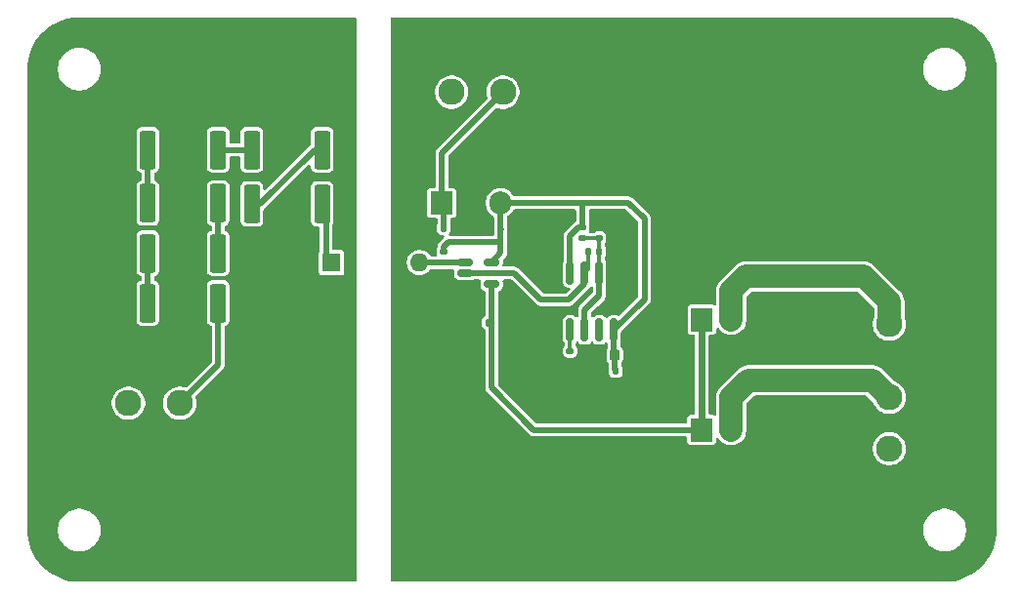
<source format=gbr>
%TF.GenerationSoftware,KiCad,Pcbnew,9.0.0*%
%TF.CreationDate,2025-04-18T20:07:31-05:00*%
%TF.ProjectId,RML,524d4c2e-6b69-4636-9164-5f7063625858,rev?*%
%TF.SameCoordinates,PX3473bc0PY2160ec0*%
%TF.FileFunction,Copper,L1,Top*%
%TF.FilePolarity,Positive*%
%FSLAX46Y46*%
G04 Gerber Fmt 4.6, Leading zero omitted, Abs format (unit mm)*
G04 Created by KiCad (PCBNEW 9.0.0) date 2025-04-18 20:07:31*
%MOMM*%
%LPD*%
G01*
G04 APERTURE LIST*
G04 Aperture macros list*
%AMRoundRect*
0 Rectangle with rounded corners*
0 $1 Rounding radius*
0 $2 $3 $4 $5 $6 $7 $8 $9 X,Y pos of 4 corners*
0 Add a 4 corners polygon primitive as box body*
4,1,4,$2,$3,$4,$5,$6,$7,$8,$9,$2,$3,0*
0 Add four circle primitives for the rounded corners*
1,1,$1+$1,$2,$3*
1,1,$1+$1,$4,$5*
1,1,$1+$1,$6,$7*
1,1,$1+$1,$8,$9*
0 Add four rect primitives between the rounded corners*
20,1,$1+$1,$2,$3,$4,$5,0*
20,1,$1+$1,$4,$5,$6,$7,0*
20,1,$1+$1,$6,$7,$8,$9,0*
20,1,$1+$1,$8,$9,$2,$3,0*%
G04 Aperture macros list end*
%TA.AperFunction,ComponentPad*%
%ADD10R,1.905000X2.000000*%
%TD*%
%TA.AperFunction,ComponentPad*%
%ADD11O,1.905000X2.000000*%
%TD*%
%TA.AperFunction,SMDPad,CuDef*%
%ADD12RoundRect,0.140000X-0.140000X-0.170000X0.140000X-0.170000X0.140000X0.170000X-0.140000X0.170000X0*%
%TD*%
%TA.AperFunction,SMDPad,CuDef*%
%ADD13RoundRect,0.249999X0.450001X1.425001X-0.450001X1.425001X-0.450001X-1.425001X0.450001X-1.425001X0*%
%TD*%
%TA.AperFunction,ComponentPad*%
%ADD14R,1.600000X1.600000*%
%TD*%
%TA.AperFunction,ComponentPad*%
%ADD15O,1.600000X1.600000*%
%TD*%
%TA.AperFunction,ComponentPad*%
%ADD16C,2.286000*%
%TD*%
%TA.AperFunction,SMDPad,CuDef*%
%ADD17RoundRect,0.140000X-0.170000X0.140000X-0.170000X-0.140000X0.170000X-0.140000X0.170000X0.140000X0*%
%TD*%
%TA.AperFunction,SMDPad,CuDef*%
%ADD18RoundRect,0.140000X0.140000X0.170000X-0.140000X0.170000X-0.140000X-0.170000X0.140000X-0.170000X0*%
%TD*%
%TA.AperFunction,SMDPad,CuDef*%
%ADD19RoundRect,0.225000X-0.225000X-0.250000X0.225000X-0.250000X0.225000X0.250000X-0.225000X0.250000X0*%
%TD*%
%TA.AperFunction,SMDPad,CuDef*%
%ADD20RoundRect,0.140000X0.170000X-0.140000X0.170000X0.140000X-0.170000X0.140000X-0.170000X-0.140000X0*%
%TD*%
%TA.AperFunction,SMDPad,CuDef*%
%ADD21RoundRect,0.249999X-0.450001X-1.425001X0.450001X-1.425001X0.450001X1.425001X-0.450001X1.425001X0*%
%TD*%
%TA.AperFunction,SMDPad,CuDef*%
%ADD22RoundRect,0.150000X-0.150000X0.825000X-0.150000X-0.825000X0.150000X-0.825000X0.150000X0.825000X0*%
%TD*%
%TA.AperFunction,SMDPad,CuDef*%
%ADD23RoundRect,0.150000X-0.512500X-0.150000X0.512500X-0.150000X0.512500X0.150000X-0.512500X0.150000X0*%
%TD*%
%TA.AperFunction,ViaPad*%
%ADD24C,0.800000*%
%TD*%
%TA.AperFunction,ViaPad*%
%ADD25C,0.700000*%
%TD*%
%TA.AperFunction,Conductor*%
%ADD26C,0.300000*%
%TD*%
%TA.AperFunction,Conductor*%
%ADD27C,0.500000*%
%TD*%
%TA.AperFunction,Conductor*%
%ADD28C,0.600000*%
%TD*%
%TA.AperFunction,Conductor*%
%ADD29C,2.000000*%
%TD*%
G04 APERTURE END LIST*
D10*
%TO.P,Q102,1,G*%
%TO.N,/DRIVE*%
X58960000Y-26745000D03*
D11*
%TO.P,Q102,2,D*%
%TO.N,Net-(Q102-D)*%
X61500000Y-26745000D03*
%TO.P,Q102,3,S*%
%TO.N,GND*%
X64040000Y-26745000D03*
%TD*%
D12*
%TO.P,C102,1*%
%TO.N,+5V*%
X51500992Y-31200000D03*
%TO.P,C102,2*%
%TO.N,GND*%
X52460992Y-31200000D03*
%TD*%
D13*
%TO.P,R104,1*%
%TO.N,Net-(R104-Pad1)*%
X17050000Y-12000000D03*
%TO.P,R104,2*%
%TO.N,Net-(R103-Pad1)*%
X10950000Y-12000000D03*
%TD*%
D14*
%TO.P,U103,1*%
%TO.N,12.5 mA*%
X26878000Y-21795000D03*
D15*
%TO.P,U103,2*%
%TO.N,GNDPWR*%
X26878000Y-24335000D03*
%TO.P,U103,3*%
%TO.N,GND*%
X34498000Y-24335000D03*
%TO.P,U103,4*%
%TO.N,Net-(R109-Pad2)*%
X34498000Y-21795000D03*
%TD*%
D16*
%TO.P,U101,1,1*%
%TO.N,352.8V*%
X13714000Y-34000000D03*
%TO.P,U101,2,2*%
%TO.N,GNDPWR*%
X20064000Y-34000000D03*
%TO.P,U101,3*%
%TO.N,N/C*%
X9269000Y-34000000D03*
%TD*%
D12*
%TO.P,R105,1*%
%TO.N,CLOCK*%
X49105000Y-20825860D03*
%TO.P,R105,2*%
%TO.N,/THRESH*%
X50065000Y-20825860D03*
%TD*%
D17*
%TO.P,C103,1*%
%TO.N,Net-(U102-CV)*%
X47540000Y-29460860D03*
%TO.P,C103,2*%
%TO.N,GND*%
X47540000Y-30420860D03*
%TD*%
D13*
%TO.P,R106,1*%
%TO.N,Net-(R106-Pad1)*%
X26050000Y-12000000D03*
%TO.P,R106,2*%
%TO.N,Net-(R104-Pad1)*%
X19950000Y-12000000D03*
%TD*%
D16*
%TO.P,U106,1,1*%
%TO.N,+12V*%
X41714000Y-7000000D03*
%TO.P,U106,2,2*%
%TO.N,GND*%
X48064000Y-7000000D03*
%TO.P,U106,3*%
%TO.N,N/C*%
X37269000Y-7000000D03*
%TD*%
D18*
%TO.P,C105,1*%
%TO.N,+12V*%
X36580000Y-18800000D03*
%TO.P,C105,2*%
%TO.N,GND*%
X35620000Y-18800000D03*
%TD*%
D13*
%TO.P,R108,1*%
%TO.N,12.5 mA*%
X26050000Y-16700000D03*
%TO.P,R108,2*%
%TO.N,Net-(R106-Pad1)*%
X19950000Y-16700000D03*
%TD*%
%TO.P,R102,1*%
%TO.N,Net-(R102-Pad1)*%
X17050000Y-20988000D03*
%TO.P,R102,2*%
%TO.N,Net-(R101-Pad1)*%
X10950000Y-20988000D03*
%TD*%
D12*
%TO.P,C106,1*%
%TO.N,+5V*%
X41520000Y-18800000D03*
%TO.P,C106,2*%
%TO.N,GND*%
X42480000Y-18800000D03*
%TD*%
D19*
%TO.P,C101,1*%
%TO.N,+5V*%
X51425000Y-29800000D03*
%TO.P,C101,2*%
%TO.N,GND*%
X52975000Y-29800000D03*
%TD*%
D17*
%TO.P,C104,1*%
%TO.N,GND*%
X50060000Y-18715860D03*
%TO.P,C104,2*%
%TO.N,/THRESH*%
X50060000Y-19675860D03*
%TD*%
%TO.P,R109,1*%
%TO.N,+5V*%
X36600000Y-20820000D03*
%TO.P,R109,2*%
%TO.N,Net-(R109-Pad2)*%
X36600000Y-21780000D03*
%TD*%
D20*
%TO.P,R107,1*%
%TO.N,/THRESH*%
X48610000Y-19700860D03*
%TO.P,R107,2*%
%TO.N,+5V*%
X48610000Y-18740860D03*
%TD*%
D21*
%TO.P,R103,1*%
%TO.N,Net-(R103-Pad1)*%
X10950000Y-16621000D03*
%TO.P,R103,2*%
%TO.N,Net-(R102-Pad1)*%
X17050000Y-16621000D03*
%TD*%
D12*
%TO.P,R110,1*%
%TO.N,GND*%
X39520000Y-27000000D03*
%TO.P,R110,2*%
%TO.N,/DRIVE*%
X40480000Y-27000000D03*
%TD*%
D22*
%TO.P,U102,1,GND*%
%TO.N,GND*%
X51340000Y-22675860D03*
%TO.P,U102,2,TR*%
%TO.N,/THRESH*%
X50070000Y-22675860D03*
%TO.P,U102,3,Q*%
%TO.N,CLOCK*%
X48800000Y-22675860D03*
%TO.P,U102,4,R*%
%TO.N,+5V*%
X47530000Y-22675860D03*
%TO.P,U102,5,CV*%
%TO.N,Net-(U102-CV)*%
X47530000Y-27625860D03*
%TO.P,U102,6,THR*%
%TO.N,/THRESH*%
X48800000Y-27625860D03*
%TO.P,U102,7,DIS*%
%TO.N,unconnected-(U102-DIS-Pad7)*%
X50070000Y-27625860D03*
%TO.P,U102,8,VCC*%
%TO.N,+5V*%
X51340000Y-27625860D03*
%TD*%
D21*
%TO.P,R101,1*%
%TO.N,Net-(R101-Pad1)*%
X10950000Y-25306000D03*
%TO.P,R101,2*%
%TO.N,352.8V*%
X17050000Y-25306000D03*
%TD*%
D10*
%TO.P,U107,1,VI*%
%TO.N,+12V*%
X36420000Y-16611000D03*
D11*
%TO.P,U107,2,GND*%
%TO.N,GND*%
X38960000Y-16611000D03*
%TO.P,U107,3,VO*%
%TO.N,+5V*%
X41500000Y-16611000D03*
%TD*%
D10*
%TO.P,Q101,1,G*%
%TO.N,/DRIVE*%
X58920000Y-36300000D03*
D11*
%TO.P,Q101,2,D*%
%TO.N,Net-(Q101-D)*%
X61460000Y-36300000D03*
%TO.P,Q101,3,S*%
%TO.N,GND*%
X64000000Y-36300000D03*
%TD*%
D16*
%TO.P,U105,1,1*%
%TO.N,Net-(Q101-D)*%
X75200000Y-33486000D03*
%TO.P,U105,2,2*%
%TO.N,Net-(Q102-D)*%
X75200000Y-27136000D03*
%TO.P,U105,3*%
%TO.N,N/C*%
X75200000Y-37931000D03*
%TD*%
D23*
%TO.P,U104,1*%
%TO.N,Net-(R109-Pad2)*%
X38462500Y-21750000D03*
%TO.P,U104,2*%
%TO.N,CLOCK*%
X38462500Y-22700000D03*
%TO.P,U104,3,GND*%
%TO.N,GND*%
X38462500Y-23650000D03*
%TO.P,U104,4*%
%TO.N,/DRIVE*%
X40737500Y-23650000D03*
%TO.P,U104,5,VCC*%
%TO.N,+5V*%
X40737500Y-21750000D03*
%TD*%
D24*
%TO.N,GND*%
X57500000Y-17500000D03*
X57500000Y-20000000D03*
X37500000Y-40000000D03*
X77500000Y-12500000D03*
X57500000Y-42500000D03*
X57500000Y-12500000D03*
X52500000Y-40000000D03*
X67500000Y-45000000D03*
X70000000Y-10000000D03*
X67500000Y-42500000D03*
X45000000Y-32500000D03*
X57500000Y-45000000D03*
X52500000Y-33000000D03*
X67500000Y-30000000D03*
X55000000Y-45000000D03*
X60000000Y-20000000D03*
X55000000Y-12500000D03*
X70000000Y-30000000D03*
X57500000Y-40000000D03*
X67500000Y-5000000D03*
X55000000Y-40000000D03*
X70000000Y-37500000D03*
X62500000Y-47500000D03*
X67500000Y-10000000D03*
X52500000Y-45000000D03*
X75000000Y-45000000D03*
X45000000Y-15000000D03*
X70000000Y-42500000D03*
X37500000Y-42500000D03*
X72500000Y-20000000D03*
X40000000Y-40000000D03*
X70000000Y-20000000D03*
X82500000Y-22500000D03*
X72500000Y-7500000D03*
X75000000Y-12500000D03*
X42500000Y-32500000D03*
X55000000Y-15000000D03*
X55000000Y-42500000D03*
X82500000Y-37500000D03*
X70000000Y-45000000D03*
D25*
X37100000Y-23600000D03*
D24*
X60000000Y-10000000D03*
X60000000Y-15000000D03*
X70000000Y-12500000D03*
X70000000Y-25000000D03*
X35000000Y-32500000D03*
X70000000Y-5000000D03*
X55000000Y-30000000D03*
X40000000Y-45000000D03*
X65000000Y-45000000D03*
X47500000Y-45000000D03*
X75000000Y-10000000D03*
X80000000Y-22500000D03*
X57500000Y-7500000D03*
X35000000Y-45000000D03*
X75000000Y-2500000D03*
X42500000Y-42500000D03*
X55000000Y-47500000D03*
X70000000Y-35000000D03*
X65000000Y-20000000D03*
X67500000Y-47500000D03*
X67500000Y-7500000D03*
X67500000Y-2500000D03*
X45000000Y-42500000D03*
X42500000Y-27500000D03*
X55000000Y-5000000D03*
X62500000Y-10000000D03*
X57500000Y-15000000D03*
X72500000Y-15000000D03*
X65000000Y-40000000D03*
X72500000Y-2500000D03*
X67500000Y-20000000D03*
X47500000Y-15000000D03*
X50000000Y-45000000D03*
X35000000Y-42500000D03*
X47500000Y-33000000D03*
X37500000Y-37500000D03*
X47500000Y-40000000D03*
X82500000Y-15000000D03*
X37500000Y-47500000D03*
X45000000Y-27500000D03*
X55000000Y-10000000D03*
X67500000Y-17500000D03*
X47500000Y-12500000D03*
X60000000Y-5000000D03*
X82500000Y-12500000D03*
X60000000Y-40000000D03*
X55000000Y-32500000D03*
X57500000Y-5000000D03*
X65000000Y-7500000D03*
X47500000Y-35000000D03*
X47500000Y-42500000D03*
X77500000Y-15000000D03*
X82500000Y-40000000D03*
X65000000Y-5000000D03*
X77500000Y-20000000D03*
X67500000Y-25000000D03*
X50000000Y-47500000D03*
X80000000Y-10000000D03*
X62500000Y-7500000D03*
X70000000Y-27500000D03*
X72500000Y-45000000D03*
X75000000Y-15000000D03*
X70000000Y-2500000D03*
X67500000Y-40000000D03*
X50000000Y-40000000D03*
X72500000Y-17500000D03*
X37500000Y-30000000D03*
X80000000Y-12500000D03*
X37500000Y-35000000D03*
X42500000Y-40000000D03*
X47500000Y-47500000D03*
X67500000Y-27500000D03*
X62500000Y-20000000D03*
X40000000Y-47500000D03*
X75000000Y-47500000D03*
X57500000Y-2500000D03*
X60000000Y-42500000D03*
D25*
X50076000Y-17740860D03*
D24*
X60000000Y-12500000D03*
X65000000Y-12500000D03*
X35000000Y-35000000D03*
X62500000Y-2500000D03*
X42500000Y-45000000D03*
X72500000Y-47500000D03*
X45000000Y-30000000D03*
X40000000Y-37500000D03*
X50000000Y-42500000D03*
X35000000Y-30000000D03*
X77500000Y-17500000D03*
D25*
X47576000Y-31340860D03*
D24*
X75000000Y-17500000D03*
X62500000Y-12500000D03*
X75000000Y-20000000D03*
X60000000Y-47500000D03*
X57500000Y-10000000D03*
D25*
X51300000Y-20900000D03*
D24*
X45000000Y-12500000D03*
X52500000Y-35000000D03*
X67500000Y-15000000D03*
X82500000Y-10000000D03*
X50000000Y-15000000D03*
D25*
X43500000Y-18800000D03*
D24*
X42500000Y-47500000D03*
X80000000Y-15000000D03*
X50000000Y-12500000D03*
X62500000Y-42500000D03*
X52500000Y-15000000D03*
X55000000Y-35000000D03*
X80000000Y-17500000D03*
X70000000Y-15000000D03*
X45000000Y-45000000D03*
X80000000Y-37500000D03*
X62500000Y-40000000D03*
X62500000Y-17500000D03*
X67500000Y-35000000D03*
X60000000Y-2500000D03*
X57500000Y-47500000D03*
X72500000Y-12500000D03*
X82500000Y-20000000D03*
X65000000Y-2500000D03*
X42500000Y-30000000D03*
D25*
X34700000Y-18800000D03*
D24*
X67500000Y-12500000D03*
X52500000Y-42500000D03*
X65000000Y-17500000D03*
X62500000Y-5000000D03*
X50000000Y-35000000D03*
X55000000Y-2500000D03*
X60000000Y-17500000D03*
X55000000Y-7500000D03*
X65000000Y-42500000D03*
X80000000Y-40000000D03*
X62500000Y-15000000D03*
X70000000Y-47500000D03*
X75000000Y-7500000D03*
X35000000Y-40000000D03*
X50000000Y-33000000D03*
X52500000Y-12500000D03*
X67500000Y-37500000D03*
X45000000Y-47500000D03*
X52500000Y-47500000D03*
X37500000Y-45000000D03*
X75000000Y-42500000D03*
X35000000Y-47500000D03*
X40000000Y-42500000D03*
X80000000Y-20000000D03*
D25*
X38600000Y-27000000D03*
D24*
X65000000Y-15000000D03*
X82500000Y-17500000D03*
X65000000Y-47500000D03*
X37500000Y-32500000D03*
X77500000Y-10000000D03*
X72500000Y-10000000D03*
X60000000Y-45000000D03*
X72500000Y-5000000D03*
X60000000Y-7500000D03*
X75000000Y-5000000D03*
X72500000Y-42500000D03*
X35000000Y-37500000D03*
X70000000Y-17500000D03*
X45000000Y-40000000D03*
X62500000Y-45000000D03*
X70000000Y-7500000D03*
X65000000Y-10000000D03*
X77500000Y-22500000D03*
%TO.N,GNDPWR*%
X2500000Y-10000000D03*
X2500000Y-40000000D03*
X25000000Y-20000000D03*
X7500000Y-17500000D03*
X25000000Y-30000000D03*
X20000000Y-25000000D03*
X27500000Y-7500000D03*
X2500000Y-12500000D03*
X22500000Y-22500000D03*
X5000000Y-40000000D03*
X2500000Y-27500000D03*
X25000000Y-47500000D03*
X10000000Y-47500000D03*
X25000000Y-32500000D03*
X7500000Y-25000000D03*
X22506701Y-7503820D03*
X12500000Y-2500000D03*
X5000000Y-27500000D03*
X2500000Y-30000000D03*
X27500000Y-45000000D03*
X20000000Y-27500000D03*
X5000000Y-12500000D03*
X2500000Y-37500000D03*
X10000000Y-42500000D03*
X25000000Y-35000000D03*
X27500000Y-42500000D03*
X5000000Y-25000000D03*
X12500000Y-45000000D03*
X20000000Y-20000000D03*
X2500000Y-22500000D03*
X7500000Y-22500000D03*
X25000000Y-45000000D03*
X5000000Y-35000000D03*
X20006701Y-7503820D03*
X15000000Y-47500000D03*
X12500000Y-5000000D03*
X7500000Y-27500000D03*
X20000000Y-22500000D03*
X27500000Y-2500000D03*
X25000000Y-40000000D03*
X24993299Y-2496180D03*
X25000000Y-25000000D03*
X17500000Y-2500000D03*
X17500000Y-7500000D03*
X17500000Y-45000000D03*
X22500000Y-25000000D03*
X5000000Y-32500000D03*
X20000000Y-42500000D03*
X5000000Y-22500000D03*
X22500000Y-47500000D03*
X20000000Y-47500000D03*
X2500000Y-17500000D03*
X7500000Y-20000000D03*
X25000000Y-22500000D03*
X12500000Y-7500000D03*
X27500000Y-32500000D03*
X7500000Y-12500000D03*
X27500000Y-5000000D03*
X5000000Y-10000000D03*
X15000000Y-7500000D03*
X7500000Y-15000000D03*
X20000000Y-40000000D03*
X7500000Y-10000000D03*
X10000000Y-7500000D03*
X10000000Y-5000000D03*
X5000000Y-20000000D03*
X27500000Y-47500000D03*
X22500000Y-27500000D03*
X25000000Y-42500000D03*
X2500000Y-32500000D03*
X27500000Y-37500000D03*
X10000000Y-2500000D03*
X25000000Y-7500000D03*
X22500000Y-2500000D03*
X5000000Y-30000000D03*
X2500000Y-35000000D03*
X20000000Y-45000000D03*
X10000000Y-45000000D03*
X27500000Y-40000000D03*
X5000000Y-17500000D03*
X5000000Y-15000000D03*
X27500000Y-30000000D03*
X2500000Y-20000000D03*
X12500000Y-47500000D03*
X2500000Y-25000000D03*
X15000000Y-45000000D03*
X17500000Y-47500000D03*
X22500000Y-45000000D03*
X25000000Y-37500000D03*
X5000000Y-37500000D03*
X22500000Y-40000000D03*
X22500000Y-42500000D03*
X25000000Y-27500000D03*
X2500000Y-15000000D03*
X27500000Y-35000000D03*
X15000000Y-2500000D03*
X7500000Y-40000000D03*
X20000000Y-2500000D03*
X22500000Y-20000000D03*
X27500000Y-27500000D03*
X10000000Y-40000000D03*
%TD*%
D26*
%TO.N,Net-(U102-CV)*%
X47540000Y-29335860D02*
X47540000Y-29460860D01*
X47530000Y-29325860D02*
X47540000Y-29335860D01*
X47530000Y-27625860D02*
X47530000Y-29325860D01*
D27*
%TO.N,+12V*%
X36420000Y-16611000D02*
X36600000Y-16791000D01*
X36600000Y-18780000D02*
X36580000Y-18800000D01*
X36420000Y-12294000D02*
X36420000Y-16611000D01*
X36600000Y-16791000D02*
X36600000Y-18780000D01*
X41714000Y-7000000D02*
X36420000Y-12294000D01*
D28*
%TO.N,GND*%
X51340000Y-20940000D02*
X51300000Y-20900000D01*
D27*
X47540000Y-31304860D02*
X47576000Y-31340860D01*
X37150000Y-23650000D02*
X37100000Y-23600000D01*
X50060000Y-17756860D02*
X50076000Y-17740860D01*
%TO.N,+5V*%
X54000000Y-24965860D02*
X51340000Y-27625860D01*
X51340000Y-29715000D02*
X51425000Y-29800000D01*
X41520000Y-20000000D02*
X41520000Y-20967500D01*
X41500000Y-18826000D02*
X41560000Y-18886000D01*
X48600000Y-16611000D02*
X48600000Y-17100000D01*
X52611000Y-16611000D02*
X48600000Y-16611000D01*
X48600000Y-17100000D02*
X48610000Y-17110000D01*
X51340000Y-27066760D02*
X51340000Y-27625860D01*
X54000000Y-18000000D02*
X52611000Y-16611000D01*
X41500000Y-16611000D02*
X41500000Y-18826000D01*
X51340000Y-27625860D02*
X51340000Y-29715000D01*
X48600000Y-16611000D02*
X41500000Y-16611000D01*
X51425000Y-31124008D02*
X51500992Y-31200000D01*
X47530000Y-19480000D02*
X48269140Y-18740860D01*
X47566000Y-22639860D02*
X47530000Y-22675860D01*
X47530000Y-22675860D02*
X47530000Y-19480000D01*
X36600000Y-20400000D02*
X36600000Y-20820000D01*
X47530000Y-22675860D02*
X47530000Y-23256760D01*
X41520000Y-18800000D02*
X41520000Y-20000000D01*
X41520000Y-20967500D02*
X40737500Y-21750000D01*
X41520000Y-20000000D02*
X37000000Y-20000000D01*
X51425000Y-29800000D02*
X51425000Y-31124008D01*
X48269140Y-18740860D02*
X48610000Y-18740860D01*
X54000000Y-18000000D02*
X54000000Y-24965860D01*
X48610000Y-17110000D02*
X48610000Y-18740860D01*
X37000000Y-20000000D02*
X36600000Y-20400000D01*
X36580000Y-20800000D02*
X36600000Y-20820000D01*
D29*
%TO.N,Net-(Q101-D)*%
X73714000Y-32000000D02*
X75200000Y-33486000D01*
X63000000Y-32000000D02*
X73714000Y-32000000D01*
X61500000Y-36345000D02*
X61500000Y-33500000D01*
X61500000Y-33500000D02*
X63000000Y-32000000D01*
D26*
%TO.N,/THRESH*%
X48635000Y-19675860D02*
X48610000Y-19700860D01*
D27*
X48800000Y-25900000D02*
X48800000Y-27625860D01*
X50070000Y-24630000D02*
X48800000Y-25900000D01*
X50070000Y-22675860D02*
X50070000Y-24630000D01*
D26*
X50060000Y-19675860D02*
X48635000Y-19675860D01*
X50060000Y-19675860D02*
X50060000Y-22665860D01*
X48790000Y-27615860D02*
X48800000Y-27625860D01*
X50060000Y-22665860D02*
X50070000Y-22675860D01*
D27*
%TO.N,/DRIVE*%
X40737500Y-32637500D02*
X40737500Y-23650000D01*
X58920000Y-36300000D02*
X44400000Y-36300000D01*
X44400000Y-36300000D02*
X40737500Y-32637500D01*
D28*
X58960000Y-26745000D02*
X58960000Y-36345000D01*
D27*
%TO.N,352.8V*%
X17050000Y-25306000D02*
X17050000Y-30664000D01*
X17050000Y-30664000D02*
X13714000Y-34000000D01*
D29*
%TO.N,Net-(Q102-D)*%
X61500000Y-24255000D02*
X62755000Y-23000000D01*
X73000000Y-23000000D02*
X75200000Y-25200000D01*
X75200000Y-25200000D02*
X75200000Y-27136000D01*
X62755000Y-23000000D02*
X73000000Y-23000000D01*
X61500000Y-26745000D02*
X61500000Y-24255000D01*
D27*
%TO.N,Net-(R101-Pad1)*%
X10950000Y-25306000D02*
X10950000Y-20988000D01*
%TO.N,Net-(R102-Pad1)*%
X17050000Y-20988000D02*
X17050000Y-16621000D01*
%TO.N,Net-(R103-Pad1)*%
X10950000Y-16621000D02*
X10950000Y-12000000D01*
%TO.N,Net-(R104-Pad1)*%
X17050000Y-12000000D02*
X19950000Y-12000000D01*
D26*
%TO.N,CLOCK*%
X49105000Y-20825860D02*
X49105000Y-22370860D01*
D27*
X45000000Y-25000000D02*
X47450859Y-25000000D01*
X38462500Y-22700000D02*
X42700000Y-22700000D01*
X42700000Y-22700000D02*
X45000000Y-25000000D01*
D26*
X49105000Y-22370860D02*
X48800000Y-22675860D01*
D27*
X47450859Y-25000000D02*
X48800000Y-23650859D01*
X48800000Y-23650859D02*
X48800000Y-22675860D01*
%TO.N,12.5 mA*%
X26400000Y-17050000D02*
X26400000Y-21317000D01*
X26050000Y-16700000D02*
X26400000Y-17050000D01*
X26400000Y-21317000D02*
X26878000Y-21795000D01*
%TO.N,Net-(R106-Pad1)*%
X26050000Y-12000000D02*
X25400000Y-12000000D01*
X20700000Y-16700000D02*
X19950000Y-16700000D01*
X25400000Y-12000000D02*
X20700000Y-16700000D01*
%TO.N,Net-(R109-Pad2)*%
X34498000Y-21795000D02*
X38417500Y-21795000D01*
X38417500Y-21795000D02*
X38462500Y-21750000D01*
%TD*%
%TA.AperFunction,Conductor*%
%TO.N,GND*%
G36*
X52398652Y-17181185D02*
G01*
X52419294Y-17197819D01*
X53413181Y-18191705D01*
X53446666Y-18253028D01*
X53449500Y-18279386D01*
X53449500Y-24686472D01*
X53429815Y-24753511D01*
X53413181Y-24774153D01*
X51821969Y-26365364D01*
X51760646Y-26398849D01*
X51693334Y-26394725D01*
X51574697Y-26353213D01*
X51574699Y-26353213D01*
X51544270Y-26350360D01*
X51544266Y-26350360D01*
X51135734Y-26350360D01*
X51135730Y-26350360D01*
X51105300Y-26353213D01*
X51105298Y-26353213D01*
X50977119Y-26398066D01*
X50977117Y-26398067D01*
X50924330Y-26437026D01*
X50867850Y-26478710D01*
X50813088Y-26552911D01*
X50804770Y-26564181D01*
X50749123Y-26606431D01*
X50679466Y-26611890D01*
X50617917Y-26578822D01*
X50605230Y-26564181D01*
X50600941Y-26558369D01*
X50542150Y-26478710D01*
X50432882Y-26398067D01*
X50432880Y-26398066D01*
X50304700Y-26353213D01*
X50274270Y-26350360D01*
X50274266Y-26350360D01*
X49865734Y-26350360D01*
X49865730Y-26350360D01*
X49835300Y-26353213D01*
X49835298Y-26353213D01*
X49707119Y-26398066D01*
X49707117Y-26398067D01*
X49597850Y-26478710D01*
X49574270Y-26510660D01*
X49518622Y-26552911D01*
X49448966Y-26558369D01*
X49387417Y-26525301D01*
X49353516Y-26464207D01*
X49350500Y-26437026D01*
X49350500Y-26179387D01*
X49370185Y-26112348D01*
X49386819Y-26091706D01*
X49928025Y-25550500D01*
X50510510Y-24968015D01*
X50582984Y-24842485D01*
X50606635Y-24754218D01*
X50606825Y-24753511D01*
X50617510Y-24713632D01*
X50620500Y-24702475D01*
X50620500Y-23741363D01*
X50627459Y-23700408D01*
X50667645Y-23585561D01*
X50667646Y-23585559D01*
X50670500Y-23555129D01*
X50670500Y-21796590D01*
X50667646Y-21766160D01*
X50667646Y-21766158D01*
X50634006Y-21670023D01*
X50622793Y-21637978D01*
X50542150Y-21528710D01*
X50542148Y-21528709D01*
X50536632Y-21521234D01*
X50539162Y-21519366D01*
X50532107Y-21506437D01*
X50515523Y-21480632D01*
X50514627Y-21474407D01*
X50513327Y-21472023D01*
X50510500Y-21445697D01*
X50510500Y-21364532D01*
X50530185Y-21297493D01*
X50534717Y-21290916D01*
X50598852Y-21204017D01*
X50642710Y-21078679D01*
X50645500Y-21048926D01*
X50645500Y-20602794D01*
X50642710Y-20573041D01*
X50642708Y-20573036D01*
X50642708Y-20573033D01*
X50604230Y-20463073D01*
X50598852Y-20447703D01*
X50534729Y-20360819D01*
X50527272Y-20340404D01*
X50515523Y-20322121D01*
X50512229Y-20299217D01*
X50510759Y-20295190D01*
X50510500Y-20287186D01*
X50510500Y-20216721D01*
X50530185Y-20149682D01*
X50541155Y-20136068D01*
X50623851Y-20024018D01*
X50623852Y-20024017D01*
X50667708Y-19898686D01*
X50667708Y-19898683D01*
X50667710Y-19898679D01*
X50670500Y-19868926D01*
X50670500Y-19482794D01*
X50667710Y-19453041D01*
X50667708Y-19453037D01*
X50667708Y-19453033D01*
X50623852Y-19327704D01*
X50623852Y-19327703D01*
X50544999Y-19220861D01*
X50438157Y-19142008D01*
X50438155Y-19142007D01*
X50312826Y-19098151D01*
X50312814Y-19098149D01*
X50283070Y-19095360D01*
X50283066Y-19095360D01*
X49836934Y-19095360D01*
X49836930Y-19095360D01*
X49807185Y-19098149D01*
X49807173Y-19098151D01*
X49681844Y-19142007D01*
X49601736Y-19201130D01*
X49581321Y-19208586D01*
X49563037Y-19220337D01*
X49540134Y-19223629D01*
X49536107Y-19225101D01*
X49528102Y-19225360D01*
X49300905Y-19225360D01*
X49233866Y-19205675D01*
X49188111Y-19152871D01*
X49178167Y-19083713D01*
X49183864Y-19060404D01*
X49206472Y-18995794D01*
X49217710Y-18963679D01*
X49220500Y-18933926D01*
X49220500Y-18547794D01*
X49220442Y-18547177D01*
X49217710Y-18518045D01*
X49217710Y-18518041D01*
X49217708Y-18518037D01*
X49217708Y-18518033D01*
X49170784Y-18383933D01*
X49172101Y-18383471D01*
X49160500Y-18336686D01*
X49160500Y-17285500D01*
X49180185Y-17218461D01*
X49232989Y-17172706D01*
X49284500Y-17161500D01*
X52331613Y-17161500D01*
X52398652Y-17181185D01*
G37*
%TD.AperFunction*%
%TA.AperFunction,Conductor*%
G36*
X48002539Y-17181185D02*
G01*
X48048294Y-17233989D01*
X48059500Y-17285500D01*
X48059500Y-18154641D01*
X48039815Y-18221680D01*
X47997500Y-18262028D01*
X47931128Y-18300347D01*
X47931123Y-18300351D01*
X47089491Y-19141983D01*
X47089487Y-19141988D01*
X47032606Y-19240511D01*
X47017018Y-19267510D01*
X47017016Y-19267513D01*
X47012331Y-19284998D01*
X46979500Y-19407525D01*
X46979500Y-19407527D01*
X46979500Y-21610355D01*
X46972542Y-21651309D01*
X46932353Y-21766162D01*
X46929500Y-21796590D01*
X46929500Y-23555129D01*
X46932353Y-23585559D01*
X46932353Y-23585561D01*
X46972541Y-23700408D01*
X46977207Y-23713742D01*
X47057850Y-23823010D01*
X47167118Y-23903653D01*
X47209845Y-23918604D01*
X47295299Y-23948506D01*
X47325730Y-23951360D01*
X47325734Y-23951360D01*
X47421612Y-23951360D01*
X47488651Y-23971045D01*
X47534406Y-24023849D01*
X47544350Y-24093007D01*
X47515325Y-24156563D01*
X47509293Y-24163041D01*
X47259153Y-24413181D01*
X47197830Y-24446666D01*
X47171472Y-24449500D01*
X45279387Y-24449500D01*
X45212348Y-24429815D01*
X45191706Y-24413181D01*
X43038016Y-22259491D01*
X43038015Y-22259490D01*
X42912485Y-22187016D01*
X42912486Y-22187016D01*
X42822394Y-22162876D01*
X42822394Y-22162875D01*
X42772475Y-22149500D01*
X41814742Y-22149500D01*
X41747703Y-22129815D01*
X41701948Y-22077011D01*
X41692004Y-22007853D01*
X41697513Y-21985307D01*
X41697646Y-21984699D01*
X41700500Y-21954269D01*
X41700500Y-21616887D01*
X41720185Y-21549848D01*
X41736819Y-21529206D01*
X41820328Y-21445697D01*
X41960510Y-21305515D01*
X42032984Y-21179985D01*
X42040388Y-21152354D01*
X42040389Y-21152352D01*
X42053652Y-21102853D01*
X42070500Y-21039975D01*
X42070500Y-19927525D01*
X42070500Y-19151648D01*
X42073270Y-19125583D01*
X42074897Y-19118011D01*
X42097710Y-19052819D01*
X42100500Y-19023066D01*
X42100500Y-18998937D01*
X42103270Y-18986054D01*
X42104143Y-18984445D01*
X42104725Y-18980026D01*
X42110500Y-18958474D01*
X42110500Y-18813526D01*
X42104725Y-18791972D01*
X42100500Y-18759880D01*
X42100500Y-18576929D01*
X42097710Y-18547185D01*
X42097710Y-18547181D01*
X42097708Y-18547177D01*
X42097708Y-18547173D01*
X42057459Y-18432148D01*
X42050500Y-18391193D01*
X42050500Y-17860268D01*
X42070185Y-17793229D01*
X42118205Y-17749783D01*
X42156715Y-17730162D01*
X42316275Y-17614235D01*
X42455735Y-17474775D01*
X42571662Y-17315215D01*
X42615486Y-17229203D01*
X42663460Y-17178409D01*
X42725971Y-17161500D01*
X47935500Y-17161500D01*
X48002539Y-17181185D01*
G37*
%TD.AperFunction*%
%TA.AperFunction,Conductor*%
G36*
X80002702Y-500617D02*
G01*
X80386771Y-517386D01*
X80397506Y-518326D01*
X80775971Y-568152D01*
X80786597Y-570025D01*
X81159284Y-652648D01*
X81169710Y-655442D01*
X81533765Y-770227D01*
X81543911Y-773920D01*
X81896578Y-920000D01*
X81906369Y-924566D01*
X82244942Y-1100816D01*
X82254310Y-1106224D01*
X82576244Y-1311318D01*
X82585105Y-1317523D01*
X82887930Y-1549889D01*
X82896217Y-1556843D01*
X83177635Y-1814715D01*
X83185284Y-1822364D01*
X83443156Y-2103782D01*
X83450110Y-2112069D01*
X83682476Y-2414894D01*
X83688681Y-2423755D01*
X83893775Y-2745689D01*
X83899183Y-2755057D01*
X84075430Y-3093623D01*
X84080002Y-3103427D01*
X84226075Y-3456078D01*
X84229775Y-3466244D01*
X84344554Y-3830278D01*
X84347354Y-3840727D01*
X84429971Y-4213389D01*
X84431849Y-4224042D01*
X84481671Y-4602473D01*
X84482614Y-4613249D01*
X84499382Y-4997297D01*
X84499500Y-5002706D01*
X84499500Y-44997293D01*
X84499382Y-45002702D01*
X84482614Y-45386750D01*
X84481671Y-45397526D01*
X84431849Y-45775957D01*
X84429971Y-45786610D01*
X84347354Y-46159272D01*
X84344554Y-46169721D01*
X84229775Y-46533755D01*
X84226075Y-46543921D01*
X84080002Y-46896572D01*
X84075430Y-46906376D01*
X83899183Y-47244942D01*
X83893775Y-47254310D01*
X83688681Y-47576244D01*
X83682476Y-47585105D01*
X83450110Y-47887930D01*
X83443156Y-47896217D01*
X83185284Y-48177635D01*
X83177635Y-48185284D01*
X82896217Y-48443156D01*
X82887930Y-48450110D01*
X82585105Y-48682476D01*
X82576244Y-48688681D01*
X82254310Y-48893775D01*
X82244942Y-48899183D01*
X81906376Y-49075430D01*
X81896572Y-49080002D01*
X81543921Y-49226075D01*
X81533755Y-49229775D01*
X81169721Y-49344554D01*
X81159272Y-49347354D01*
X80786610Y-49429971D01*
X80775957Y-49431849D01*
X80397526Y-49481671D01*
X80386750Y-49482614D01*
X80002703Y-49499382D01*
X79997294Y-49499500D01*
X32124000Y-49499500D01*
X32056961Y-49479815D01*
X32011206Y-49427011D01*
X32000000Y-49375500D01*
X32000000Y-44878711D01*
X78149500Y-44878711D01*
X78149500Y-45121288D01*
X78181161Y-45361785D01*
X78243947Y-45596104D01*
X78336773Y-45820205D01*
X78336776Y-45820212D01*
X78458064Y-46030289D01*
X78458066Y-46030292D01*
X78458067Y-46030293D01*
X78605733Y-46222736D01*
X78605739Y-46222743D01*
X78777256Y-46394260D01*
X78777262Y-46394265D01*
X78969711Y-46541936D01*
X79179788Y-46663224D01*
X79403900Y-46756054D01*
X79638211Y-46818838D01*
X79818586Y-46842584D01*
X79878711Y-46850500D01*
X79878712Y-46850500D01*
X80121289Y-46850500D01*
X80169388Y-46844167D01*
X80361789Y-46818838D01*
X80596100Y-46756054D01*
X80820212Y-46663224D01*
X81030289Y-46541936D01*
X81222738Y-46394265D01*
X81394265Y-46222738D01*
X81541936Y-46030289D01*
X81663224Y-45820212D01*
X81756054Y-45596100D01*
X81818838Y-45361789D01*
X81850500Y-45121288D01*
X81850500Y-44878712D01*
X81818838Y-44638211D01*
X81756054Y-44403900D01*
X81663224Y-44179788D01*
X81541936Y-43969711D01*
X81394265Y-43777262D01*
X81394260Y-43777256D01*
X81222743Y-43605739D01*
X81222736Y-43605733D01*
X81030293Y-43458067D01*
X81030292Y-43458066D01*
X81030289Y-43458064D01*
X80820212Y-43336776D01*
X80820205Y-43336773D01*
X80596104Y-43243947D01*
X80361785Y-43181161D01*
X80121289Y-43149500D01*
X80121288Y-43149500D01*
X79878712Y-43149500D01*
X79878711Y-43149500D01*
X79638214Y-43181161D01*
X79403895Y-43243947D01*
X79179794Y-43336773D01*
X79179785Y-43336777D01*
X78969706Y-43458067D01*
X78777263Y-43605733D01*
X78777256Y-43605739D01*
X78605739Y-43777256D01*
X78605733Y-43777263D01*
X78458067Y-43969706D01*
X78336777Y-44179785D01*
X78336773Y-44179794D01*
X78243947Y-44403895D01*
X78181161Y-44638214D01*
X78149500Y-44878711D01*
X32000000Y-44878711D01*
X32000000Y-37817388D01*
X73756500Y-37817388D01*
X73756500Y-38044611D01*
X73792042Y-38269020D01*
X73862257Y-38485116D01*
X73965408Y-38687559D01*
X74098960Y-38871377D01*
X74259623Y-39032040D01*
X74443441Y-39165592D01*
X74539088Y-39214326D01*
X74645883Y-39268742D01*
X74645885Y-39268742D01*
X74645888Y-39268744D01*
X74761717Y-39306379D01*
X74861979Y-39338957D01*
X75086389Y-39374500D01*
X75086394Y-39374500D01*
X75313611Y-39374500D01*
X75538020Y-39338957D01*
X75754112Y-39268744D01*
X75956559Y-39165592D01*
X76140377Y-39032040D01*
X76301040Y-38871377D01*
X76434592Y-38687559D01*
X76537744Y-38485112D01*
X76607957Y-38269020D01*
X76643500Y-38044611D01*
X76643500Y-37817388D01*
X76607957Y-37592979D01*
X76575379Y-37492717D01*
X76537744Y-37376888D01*
X76537742Y-37376885D01*
X76537742Y-37376883D01*
X76443647Y-37192213D01*
X76434592Y-37174441D01*
X76301040Y-36990623D01*
X76140377Y-36829960D01*
X75956559Y-36696408D01*
X75754116Y-36593257D01*
X75538020Y-36523042D01*
X75313611Y-36487500D01*
X75313606Y-36487500D01*
X75086394Y-36487500D01*
X75086389Y-36487500D01*
X74861979Y-36523042D01*
X74645883Y-36593257D01*
X74443440Y-36696408D01*
X74382740Y-36740510D01*
X74259623Y-36829960D01*
X74259621Y-36829962D01*
X74259620Y-36829962D01*
X74098962Y-36990620D01*
X74098962Y-36990621D01*
X74098960Y-36990623D01*
X74092204Y-36999922D01*
X73965408Y-37174440D01*
X73862257Y-37376883D01*
X73792042Y-37592979D01*
X73756500Y-37817388D01*
X32000000Y-37817388D01*
X32000000Y-21708389D01*
X33397500Y-21708389D01*
X33397500Y-21881611D01*
X33398467Y-21887714D01*
X33423928Y-22048475D01*
X33424598Y-22052701D01*
X33478127Y-22217445D01*
X33556768Y-22371788D01*
X33658586Y-22511928D01*
X33781072Y-22634414D01*
X33921212Y-22736232D01*
X34075555Y-22814873D01*
X34240299Y-22868402D01*
X34411389Y-22895500D01*
X34411390Y-22895500D01*
X34584610Y-22895500D01*
X34584611Y-22895500D01*
X34755701Y-22868402D01*
X34920445Y-22814873D01*
X35074788Y-22736232D01*
X35214928Y-22634414D01*
X35337414Y-22511928D01*
X35421195Y-22396614D01*
X35476526Y-22353949D01*
X35521513Y-22345500D01*
X36291218Y-22345500D01*
X36332174Y-22352459D01*
X36336433Y-22353949D01*
X36347181Y-22357710D01*
X36362057Y-22359105D01*
X36376930Y-22360500D01*
X36376934Y-22360500D01*
X36823070Y-22360500D01*
X36836289Y-22359260D01*
X36852819Y-22357710D01*
X36864037Y-22353784D01*
X36867826Y-22352459D01*
X36908782Y-22345500D01*
X37377416Y-22345500D01*
X37444455Y-22365185D01*
X37490210Y-22417989D01*
X37500874Y-22481077D01*
X37499500Y-22495729D01*
X37499500Y-22904269D01*
X37502353Y-22934699D01*
X37502353Y-22934701D01*
X37547206Y-23062880D01*
X37547207Y-23062882D01*
X37627850Y-23172150D01*
X37737118Y-23252793D01*
X37750453Y-23257459D01*
X37865299Y-23297646D01*
X37895730Y-23300500D01*
X37895734Y-23300500D01*
X39029270Y-23300500D01*
X39059699Y-23297646D01*
X39098025Y-23284235D01*
X39174549Y-23257459D01*
X39215504Y-23250500D01*
X39660258Y-23250500D01*
X39727297Y-23270185D01*
X39773052Y-23322989D01*
X39782996Y-23392147D01*
X39777486Y-23414692D01*
X39777353Y-23415300D01*
X39774500Y-23445730D01*
X39774500Y-23854269D01*
X39777353Y-23884699D01*
X39777353Y-23884701D01*
X39822206Y-24012880D01*
X39822207Y-24012882D01*
X39902850Y-24122150D01*
X40012118Y-24202793D01*
X40103957Y-24234929D01*
X40160731Y-24275649D01*
X40186478Y-24340602D01*
X40187000Y-24351969D01*
X40187000Y-26332842D01*
X40167315Y-26399881D01*
X40136634Y-26432612D01*
X40025001Y-26515001D01*
X39946147Y-26621844D01*
X39902291Y-26747173D01*
X39902289Y-26747185D01*
X39899500Y-26776929D01*
X39899500Y-27223070D01*
X39902289Y-27252814D01*
X39902291Y-27252826D01*
X39946147Y-27378155D01*
X39946148Y-27378157D01*
X39995505Y-27445033D01*
X40025002Y-27485000D01*
X40136633Y-27567387D01*
X40178884Y-27623034D01*
X40187000Y-27667157D01*
X40187000Y-32709975D01*
X40216050Y-32818389D01*
X40216049Y-32818389D01*
X40224514Y-32849980D01*
X40224516Y-32849985D01*
X40296990Y-32975515D01*
X44061985Y-36740510D01*
X44187515Y-36812984D01*
X44327525Y-36850500D01*
X57543001Y-36850500D01*
X57610040Y-36870185D01*
X57655795Y-36922989D01*
X57667001Y-36974500D01*
X57667001Y-37344856D01*
X57667002Y-37344882D01*
X57669913Y-37369987D01*
X57669915Y-37369991D01*
X57715293Y-37472764D01*
X57715294Y-37472765D01*
X57794735Y-37552206D01*
X57897509Y-37597585D01*
X57922635Y-37600500D01*
X59917364Y-37600499D01*
X59917379Y-37600497D01*
X59917382Y-37600497D01*
X59942487Y-37597586D01*
X59942488Y-37597585D01*
X59942491Y-37597585D01*
X60045265Y-37552206D01*
X60124706Y-37472765D01*
X60170085Y-37369991D01*
X60173000Y-37344865D01*
X60172999Y-37112713D01*
X60192683Y-37045677D01*
X60245487Y-36999922D01*
X60314646Y-36989978D01*
X60378201Y-37019003D01*
X60397317Y-37039831D01*
X60508028Y-37192212D01*
X60508032Y-37192217D01*
X60652786Y-37336971D01*
X60807749Y-37449556D01*
X60818390Y-37457287D01*
X60934607Y-37516503D01*
X61000776Y-37550218D01*
X61000778Y-37550218D01*
X61000781Y-37550220D01*
X61105137Y-37584127D01*
X61195465Y-37613477D01*
X61296557Y-37629488D01*
X61397648Y-37645500D01*
X61397649Y-37645500D01*
X61602351Y-37645500D01*
X61602352Y-37645500D01*
X61804534Y-37613477D01*
X61999219Y-37550220D01*
X62181610Y-37457287D01*
X62301769Y-37369987D01*
X62347213Y-37336971D01*
X62347215Y-37336968D01*
X62347219Y-37336966D01*
X62491966Y-37192219D01*
X62491968Y-37192215D01*
X62491971Y-37192213D01*
X62549727Y-37112717D01*
X62612287Y-37026610D01*
X62705220Y-36844219D01*
X62768477Y-36649534D01*
X62800500Y-36447352D01*
X62800500Y-34090047D01*
X62820185Y-34023008D01*
X62836819Y-34002366D01*
X63502366Y-33336819D01*
X63563689Y-33303334D01*
X63590047Y-33300500D01*
X73123953Y-33300500D01*
X73190992Y-33320185D01*
X73211634Y-33336819D01*
X73815853Y-33941038D01*
X73846102Y-33990398D01*
X73862256Y-34040112D01*
X73965408Y-34242559D01*
X74098960Y-34426377D01*
X74259623Y-34587040D01*
X74443441Y-34720592D01*
X74539088Y-34769326D01*
X74645883Y-34823742D01*
X74645885Y-34823742D01*
X74645888Y-34823744D01*
X74761717Y-34861379D01*
X74861979Y-34893957D01*
X75086389Y-34929500D01*
X75086394Y-34929500D01*
X75313611Y-34929500D01*
X75538020Y-34893957D01*
X75594824Y-34875500D01*
X75754112Y-34823744D01*
X75956559Y-34720592D01*
X76140377Y-34587040D01*
X76301040Y-34426377D01*
X76434592Y-34242559D01*
X76537744Y-34040112D01*
X76607957Y-33824020D01*
X76643500Y-33599611D01*
X76643500Y-33372388D01*
X76607957Y-33147979D01*
X76560129Y-33000781D01*
X76537744Y-32931888D01*
X76537742Y-32931885D01*
X76537742Y-32931883D01*
X76434591Y-32729440D01*
X76420449Y-32709975D01*
X76301040Y-32545623D01*
X76140377Y-32384960D01*
X75956559Y-32251408D01*
X75754112Y-32148256D01*
X75733925Y-32141696D01*
X75704398Y-32132102D01*
X75655038Y-32101853D01*
X74561221Y-31008036D01*
X74561219Y-31008034D01*
X74395611Y-30887713D01*
X74266333Y-30821843D01*
X74213223Y-30794781D01*
X74150078Y-30774264D01*
X74115876Y-30763151D01*
X74092003Y-30755394D01*
X74018535Y-30731522D01*
X73843995Y-30703878D01*
X73816352Y-30699500D01*
X62897648Y-30699500D01*
X62873329Y-30703351D01*
X62695465Y-30731522D01*
X62500776Y-30794781D01*
X62447667Y-30821843D01*
X62318388Y-30887713D01*
X62152778Y-31008036D01*
X60508036Y-32652778D01*
X60387716Y-32818384D01*
X60387708Y-32818397D01*
X60365203Y-32862565D01*
X60365204Y-32862566D01*
X60294332Y-33001658D01*
X60293272Y-33005420D01*
X60231522Y-33195467D01*
X60219959Y-33268477D01*
X60199500Y-33397648D01*
X60199500Y-34925594D01*
X60179815Y-34992633D01*
X60127011Y-35038388D01*
X60057853Y-35048332D01*
X60025414Y-35039029D01*
X60023962Y-35038388D01*
X59942491Y-35002415D01*
X59936209Y-35001686D01*
X59917368Y-34999500D01*
X59917365Y-34999500D01*
X59684500Y-34999500D01*
X59617461Y-34979815D01*
X59571706Y-34927011D01*
X59560500Y-34875500D01*
X59560500Y-28169499D01*
X59580185Y-28102460D01*
X59632989Y-28056705D01*
X59684500Y-28045499D01*
X59957356Y-28045499D01*
X59957364Y-28045499D01*
X59957379Y-28045497D01*
X59957382Y-28045497D01*
X59982487Y-28042586D01*
X59982488Y-28042585D01*
X59982491Y-28042585D01*
X60085265Y-27997206D01*
X60164706Y-27917765D01*
X60210085Y-27814991D01*
X60213000Y-27789865D01*
X60212999Y-27567769D01*
X60232683Y-27500732D01*
X60285487Y-27454977D01*
X60354645Y-27445033D01*
X60418201Y-27474058D01*
X60437317Y-27494886D01*
X60508028Y-27592212D01*
X60508032Y-27592217D01*
X60652786Y-27736971D01*
X60807749Y-27849556D01*
X60818390Y-27857287D01*
X60934607Y-27916503D01*
X61000776Y-27950218D01*
X61000778Y-27950218D01*
X61000781Y-27950220D01*
X61105137Y-27984127D01*
X61195465Y-28013477D01*
X61296557Y-28029488D01*
X61397648Y-28045500D01*
X61397649Y-28045500D01*
X61602351Y-28045500D01*
X61602352Y-28045500D01*
X61804534Y-28013477D01*
X61999219Y-27950220D01*
X62181610Y-27857287D01*
X62276690Y-27788208D01*
X62347213Y-27736971D01*
X62347215Y-27736968D01*
X62347219Y-27736966D01*
X62491966Y-27592219D01*
X62491968Y-27592215D01*
X62491971Y-27592213D01*
X62544732Y-27519590D01*
X62612287Y-27426610D01*
X62705220Y-27244219D01*
X62768477Y-27049534D01*
X62800500Y-26847352D01*
X62800500Y-24845047D01*
X62820185Y-24778008D01*
X62836819Y-24757366D01*
X63257366Y-24336819D01*
X63318689Y-24303334D01*
X63345047Y-24300500D01*
X72409953Y-24300500D01*
X72476992Y-24320185D01*
X72497634Y-24336819D01*
X73863181Y-25702365D01*
X73896666Y-25763688D01*
X73899500Y-25790046D01*
X73899500Y-26479022D01*
X73885985Y-26535317D01*
X73862257Y-26581883D01*
X73792042Y-26797979D01*
X73756500Y-27022388D01*
X73756500Y-27249611D01*
X73792042Y-27474020D01*
X73862257Y-27690116D01*
X73947434Y-27857284D01*
X73965408Y-27892559D01*
X74098960Y-28076377D01*
X74259623Y-28237040D01*
X74443441Y-28370592D01*
X74539088Y-28419326D01*
X74645883Y-28473742D01*
X74645885Y-28473742D01*
X74645888Y-28473744D01*
X74761717Y-28511379D01*
X74861979Y-28543957D01*
X75086389Y-28579500D01*
X75086394Y-28579500D01*
X75313611Y-28579500D01*
X75538020Y-28543957D01*
X75563866Y-28535559D01*
X75754112Y-28473744D01*
X75956559Y-28370592D01*
X76140377Y-28237040D01*
X76301040Y-28076377D01*
X76434592Y-27892559D01*
X76537744Y-27690112D01*
X76607957Y-27474020D01*
X76612548Y-27445033D01*
X76643500Y-27249611D01*
X76643500Y-27022388D01*
X76607957Y-26797979D01*
X76575379Y-26697717D01*
X76537744Y-26581888D01*
X76537742Y-26581885D01*
X76537742Y-26581883D01*
X76514015Y-26535317D01*
X76500500Y-26479022D01*
X76500500Y-25097648D01*
X76479968Y-24968015D01*
X76468477Y-24895466D01*
X76457000Y-24860145D01*
X76451262Y-24842484D01*
X76409395Y-24713632D01*
X76405220Y-24700782D01*
X76405220Y-24700781D01*
X76358753Y-24609585D01*
X76312287Y-24518389D01*
X76252126Y-24435585D01*
X76252126Y-24435584D01*
X76252124Y-24435583D01*
X76224424Y-24397456D01*
X76191971Y-24352787D01*
X76191968Y-24352784D01*
X76191966Y-24352781D01*
X76047219Y-24208034D01*
X76047218Y-24208033D01*
X76044107Y-24204922D01*
X76044092Y-24204908D01*
X73847221Y-22008036D01*
X73847220Y-22008035D01*
X73847219Y-22008034D01*
X73681611Y-21887713D01*
X73553571Y-21822474D01*
X73553569Y-21822472D01*
X73517336Y-21804011D01*
X73499219Y-21794780D01*
X73401876Y-21763151D01*
X73378003Y-21755394D01*
X73304535Y-21731522D01*
X73129995Y-21703878D01*
X73102352Y-21699500D01*
X62857352Y-21699500D01*
X62652648Y-21699500D01*
X62596526Y-21708389D01*
X62450463Y-21731523D01*
X62353123Y-21763150D01*
X62353123Y-21763151D01*
X62255781Y-21794780D01*
X62255779Y-21794780D01*
X62255779Y-21794781D01*
X62201428Y-21822473D01*
X62201429Y-21822474D01*
X62073387Y-21887714D01*
X62073384Y-21887716D01*
X61907778Y-22008036D01*
X60508036Y-23407778D01*
X60387713Y-23573388D01*
X60341246Y-23664585D01*
X60341245Y-23664584D01*
X60294779Y-23755781D01*
X60272936Y-23823010D01*
X60231522Y-23950467D01*
X60209785Y-24087713D01*
X60199500Y-24152648D01*
X60199500Y-25352932D01*
X60179815Y-25419971D01*
X60127011Y-25465726D01*
X60057853Y-25475670D01*
X60025415Y-25466367D01*
X59982492Y-25447415D01*
X59957365Y-25444500D01*
X57962643Y-25444500D01*
X57962617Y-25444502D01*
X57937512Y-25447413D01*
X57937508Y-25447415D01*
X57834735Y-25492793D01*
X57755294Y-25572234D01*
X57709915Y-25675006D01*
X57709915Y-25675008D01*
X57707000Y-25700131D01*
X57707000Y-27789856D01*
X57707002Y-27789882D01*
X57709913Y-27814987D01*
X57709915Y-27814991D01*
X57755293Y-27917764D01*
X57755294Y-27917765D01*
X57834735Y-27997206D01*
X57937509Y-28042585D01*
X57962635Y-28045500D01*
X58235501Y-28045499D01*
X58302539Y-28065183D01*
X58348294Y-28117987D01*
X58359500Y-28169499D01*
X58359500Y-34875500D01*
X58339815Y-34942539D01*
X58287011Y-34988294D01*
X58235500Y-34999500D01*
X57922643Y-34999500D01*
X57922617Y-34999502D01*
X57897512Y-35002413D01*
X57897508Y-35002415D01*
X57794735Y-35047793D01*
X57715294Y-35127234D01*
X57669915Y-35230006D01*
X57669915Y-35230008D01*
X57667000Y-35255131D01*
X57667000Y-35625500D01*
X57647315Y-35692539D01*
X57594511Y-35738294D01*
X57543000Y-35749500D01*
X44679387Y-35749500D01*
X44612348Y-35729815D01*
X44591706Y-35713181D01*
X41324319Y-32445794D01*
X41290834Y-32384471D01*
X41288000Y-32358113D01*
X41288000Y-24351969D01*
X41307685Y-24284930D01*
X41360489Y-24239175D01*
X41371025Y-24234934D01*
X41462882Y-24202793D01*
X41572150Y-24122150D01*
X41652793Y-24012882D01*
X41691014Y-23903653D01*
X41697646Y-23884701D01*
X41697646Y-23884699D01*
X41700500Y-23854269D01*
X41700500Y-23445730D01*
X41697646Y-23415300D01*
X41696036Y-23407927D01*
X41697301Y-23407650D01*
X41694139Y-23345673D01*
X41728870Y-23285046D01*
X41790864Y-23252821D01*
X41814742Y-23250500D01*
X42420613Y-23250500D01*
X42487652Y-23270185D01*
X42508294Y-23286819D01*
X44661985Y-25440510D01*
X44752545Y-25492794D01*
X44787515Y-25512984D01*
X44927525Y-25550500D01*
X44927528Y-25550500D01*
X47523331Y-25550500D01*
X47523333Y-25550500D01*
X47523334Y-25550500D01*
X47663344Y-25512984D01*
X47698314Y-25492794D01*
X47788874Y-25440510D01*
X49240509Y-23988874D01*
X49288113Y-23906422D01*
X49338680Y-23858206D01*
X49407287Y-23844984D01*
X49472152Y-23870952D01*
X49512680Y-23927866D01*
X49519500Y-23968422D01*
X49519500Y-24350613D01*
X49499815Y-24417652D01*
X49483181Y-24438294D01*
X48359491Y-25561983D01*
X48359489Y-25561985D01*
X48322626Y-25625837D01*
X48322625Y-25625838D01*
X48287017Y-25687512D01*
X48287016Y-25687513D01*
X48273305Y-25738684D01*
X48249500Y-25827525D01*
X48249500Y-25827527D01*
X48249500Y-26437026D01*
X48229815Y-26504065D01*
X48177011Y-26549820D01*
X48107853Y-26559764D01*
X48044297Y-26530739D01*
X48025730Y-26510660D01*
X48024351Y-26508792D01*
X48002150Y-26478710D01*
X47892882Y-26398067D01*
X47892880Y-26398066D01*
X47764700Y-26353213D01*
X47734270Y-26350360D01*
X47734266Y-26350360D01*
X47325734Y-26350360D01*
X47325730Y-26350360D01*
X47295300Y-26353213D01*
X47295298Y-26353213D01*
X47167119Y-26398066D01*
X47167117Y-26398067D01*
X47057850Y-26478710D01*
X46977207Y-26587977D01*
X46977206Y-26587979D01*
X46932353Y-26716158D01*
X46932353Y-26716160D01*
X46929500Y-26746590D01*
X46929500Y-28505129D01*
X46932353Y-28535559D01*
X46932353Y-28535561D01*
X46977206Y-28663740D01*
X46977209Y-28663746D01*
X47055270Y-28769515D01*
X47062725Y-28789927D01*
X47074477Y-28808213D01*
X47077770Y-28831117D01*
X47079241Y-28835144D01*
X47079500Y-28843148D01*
X47079500Y-28931863D01*
X47059815Y-28998902D01*
X47055270Y-29005497D01*
X46976147Y-29112704D01*
X46932291Y-29238033D01*
X46932289Y-29238045D01*
X46929500Y-29267789D01*
X46929500Y-29653930D01*
X46932289Y-29683674D01*
X46932291Y-29683686D01*
X46976147Y-29809015D01*
X46976148Y-29809017D01*
X47055001Y-29915859D01*
X47161843Y-29994712D01*
X47200003Y-30008064D01*
X47287173Y-30038568D01*
X47287177Y-30038568D01*
X47287181Y-30038570D01*
X47302057Y-30039965D01*
X47316930Y-30041360D01*
X47316934Y-30041360D01*
X47763070Y-30041360D01*
X47776289Y-30040120D01*
X47792819Y-30038570D01*
X47792823Y-30038568D01*
X47792826Y-30038568D01*
X47841836Y-30021417D01*
X47918157Y-29994712D01*
X48024999Y-29915859D01*
X48103852Y-29809017D01*
X48147710Y-29683679D01*
X48150500Y-29653926D01*
X48150500Y-29267794D01*
X48147710Y-29238041D01*
X48147708Y-29238037D01*
X48147708Y-29238033D01*
X48103852Y-29112704D01*
X48103852Y-29112703D01*
X48024999Y-29005861D01*
X48024995Y-29005858D01*
X48018425Y-28999287D01*
X48019495Y-28998217D01*
X48006913Y-28978640D01*
X47988602Y-28954507D01*
X47987479Y-28948399D01*
X47985523Y-28945355D01*
X47980500Y-28910420D01*
X47980500Y-28843148D01*
X48000185Y-28776109D01*
X48004729Y-28769515D01*
X48065231Y-28687537D01*
X48120876Y-28645288D01*
X48190533Y-28639829D01*
X48252082Y-28672896D01*
X48264763Y-28687530D01*
X48327850Y-28773010D01*
X48437118Y-28853653D01*
X48479845Y-28868604D01*
X48565299Y-28898506D01*
X48595730Y-28901360D01*
X48595734Y-28901360D01*
X49004270Y-28901360D01*
X49034699Y-28898506D01*
X49034701Y-28898506D01*
X49098790Y-28876079D01*
X49162882Y-28853653D01*
X49272150Y-28773010D01*
X49335231Y-28687537D01*
X49390877Y-28645288D01*
X49460533Y-28639829D01*
X49522083Y-28672896D01*
X49534763Y-28687530D01*
X49597850Y-28773010D01*
X49707118Y-28853653D01*
X49749845Y-28868604D01*
X49835299Y-28898506D01*
X49865730Y-28901360D01*
X49865734Y-28901360D01*
X50274270Y-28901360D01*
X50304699Y-28898506D01*
X50304701Y-28898506D01*
X50368790Y-28876079D01*
X50432882Y-28853653D01*
X50542150Y-28773010D01*
X50565731Y-28741058D01*
X50621377Y-28698809D01*
X50691033Y-28693350D01*
X50752582Y-28726417D01*
X50786484Y-28787511D01*
X50789500Y-28814693D01*
X50789500Y-29179932D01*
X50769815Y-29246971D01*
X50764304Y-29254857D01*
X50737636Y-29290023D01*
X50684640Y-29424411D01*
X50679065Y-29470841D01*
X50674500Y-29508856D01*
X50674500Y-30091144D01*
X50679825Y-30135494D01*
X50684640Y-30175588D01*
X50737636Y-30309976D01*
X50824918Y-30425073D01*
X50824922Y-30425078D01*
X50825425Y-30425459D01*
X50825767Y-30425923D01*
X50830917Y-30431072D01*
X50830143Y-30431845D01*
X50866948Y-30481650D01*
X50874500Y-30524263D01*
X50874500Y-31051534D01*
X50874500Y-31196482D01*
X50912016Y-31336493D01*
X50912017Y-31336494D01*
X50914120Y-31344343D01*
X50913129Y-31344608D01*
X50920492Y-31381620D01*
X50920492Y-31423070D01*
X50923281Y-31452814D01*
X50923283Y-31452826D01*
X50967139Y-31578155D01*
X50967140Y-31578157D01*
X51045993Y-31684999D01*
X51152835Y-31763852D01*
X51190995Y-31777204D01*
X51278165Y-31807708D01*
X51278169Y-31807708D01*
X51278173Y-31807710D01*
X51293049Y-31809105D01*
X51307922Y-31810500D01*
X51307926Y-31810500D01*
X51694062Y-31810500D01*
X51707281Y-31809260D01*
X51723811Y-31807710D01*
X51723815Y-31807708D01*
X51723818Y-31807708D01*
X51772828Y-31790557D01*
X51849149Y-31763852D01*
X51955991Y-31684999D01*
X52034844Y-31578157D01*
X52078702Y-31452819D01*
X52081492Y-31423066D01*
X52081492Y-30976934D01*
X52078702Y-30947181D01*
X52078700Y-30947177D01*
X52078700Y-30947173D01*
X52034844Y-30821843D01*
X51999728Y-30774262D01*
X51992272Y-30753849D01*
X51980523Y-30735566D01*
X51977229Y-30712662D01*
X51975759Y-30708635D01*
X51975500Y-30700631D01*
X51975500Y-30524263D01*
X51995185Y-30457224D01*
X52019238Y-30431227D01*
X52019083Y-30431072D01*
X52023074Y-30427080D01*
X52024573Y-30425460D01*
X52025078Y-30425078D01*
X52112364Y-30309975D01*
X52165359Y-30175590D01*
X52175500Y-30091144D01*
X52175500Y-29508856D01*
X52165359Y-29424410D01*
X52112364Y-29290025D01*
X52112363Y-29290024D01*
X52112363Y-29290023D01*
X52025079Y-29174923D01*
X51943030Y-29112703D01*
X51939573Y-29110081D01*
X51898051Y-29053889D01*
X51890500Y-29011278D01*
X51890500Y-28691363D01*
X51897459Y-28650408D01*
X51937645Y-28535561D01*
X51937646Y-28535559D01*
X51940500Y-28505129D01*
X51940500Y-27855247D01*
X51960185Y-27788208D01*
X51976819Y-27767566D01*
X53194565Y-26549820D01*
X54440510Y-25303875D01*
X54512984Y-25178345D01*
X54550500Y-25038334D01*
X54550500Y-24893386D01*
X54550500Y-17927525D01*
X54512984Y-17787515D01*
X54479871Y-17730162D01*
X54440510Y-17661986D01*
X52949015Y-16170490D01*
X52823485Y-16098016D01*
X52823486Y-16098016D01*
X52714592Y-16068838D01*
X52714592Y-16068837D01*
X52683475Y-16060500D01*
X48672475Y-16060500D01*
X42725971Y-16060500D01*
X42658932Y-16040815D01*
X42615486Y-15992795D01*
X42571661Y-15906784D01*
X42455735Y-15747225D01*
X42316275Y-15607765D01*
X42156715Y-15491838D01*
X41980982Y-15402297D01*
X41793413Y-15341353D01*
X41598618Y-15310500D01*
X41598613Y-15310500D01*
X41401387Y-15310500D01*
X41401382Y-15310500D01*
X41206586Y-15341353D01*
X41019017Y-15402297D01*
X40843284Y-15491838D01*
X40683722Y-15607767D01*
X40544267Y-15747222D01*
X40428338Y-15906784D01*
X40338797Y-16082517D01*
X40277853Y-16270086D01*
X40247000Y-16464881D01*
X40247000Y-16757118D01*
X40277853Y-16951913D01*
X40338797Y-17139482D01*
X40386951Y-17233989D01*
X40428338Y-17315215D01*
X40544265Y-17474775D01*
X40683725Y-17614235D01*
X40843285Y-17730162D01*
X40881794Y-17749783D01*
X40932590Y-17797756D01*
X40949500Y-17860268D01*
X40949500Y-18505506D01*
X40943680Y-18539756D01*
X40943901Y-18539805D01*
X40942872Y-18544513D01*
X40942542Y-18546460D01*
X40942290Y-18547177D01*
X40942289Y-18547185D01*
X40939500Y-18576929D01*
X40939500Y-19023070D01*
X40942289Y-19052814D01*
X40942289Y-19052818D01*
X40942290Y-19052819D01*
X40958152Y-19098151D01*
X40962541Y-19110692D01*
X40963235Y-19114781D01*
X40964477Y-19116713D01*
X40969500Y-19151648D01*
X40969500Y-19325500D01*
X40949815Y-19392539D01*
X40897011Y-19438294D01*
X40845500Y-19449500D01*
X37159222Y-19449500D01*
X37092183Y-19429815D01*
X37046428Y-19377011D01*
X37036484Y-19307853D01*
X37059452Y-19251866D01*
X37113852Y-19178157D01*
X37157710Y-19052819D01*
X37160500Y-19023066D01*
X37160500Y-18576934D01*
X37157710Y-18547181D01*
X37157707Y-18547173D01*
X37157458Y-18546460D01*
X37157127Y-18544513D01*
X37156099Y-18539805D01*
X37156319Y-18539756D01*
X37150500Y-18505506D01*
X37150500Y-18035499D01*
X37170185Y-17968460D01*
X37222989Y-17922705D01*
X37274500Y-17911499D01*
X37417356Y-17911499D01*
X37417364Y-17911499D01*
X37417379Y-17911497D01*
X37417382Y-17911497D01*
X37442487Y-17908586D01*
X37442488Y-17908585D01*
X37442491Y-17908585D01*
X37545265Y-17863206D01*
X37624706Y-17783765D01*
X37670085Y-17680991D01*
X37673000Y-17655865D01*
X37672999Y-15566136D01*
X37672997Y-15566117D01*
X37670086Y-15541012D01*
X37670085Y-15541010D01*
X37670085Y-15541009D01*
X37624706Y-15438235D01*
X37545265Y-15358794D01*
X37505765Y-15341353D01*
X37442492Y-15313415D01*
X37417368Y-15310500D01*
X37417365Y-15310500D01*
X37094500Y-15310500D01*
X37027461Y-15290815D01*
X36981706Y-15238011D01*
X36970500Y-15186500D01*
X36970500Y-12573385D01*
X36990185Y-12506346D01*
X37006814Y-12485709D01*
X41102302Y-8390220D01*
X41163623Y-8356737D01*
X41228298Y-8359971D01*
X41321114Y-8390130D01*
X41375979Y-8407957D01*
X41600389Y-8443500D01*
X41600394Y-8443500D01*
X41827611Y-8443500D01*
X42052020Y-8407957D01*
X42106602Y-8390222D01*
X42268112Y-8337744D01*
X42271498Y-8336019D01*
X42275546Y-8333955D01*
X42470559Y-8234592D01*
X42654377Y-8101040D01*
X42815040Y-7940377D01*
X42948592Y-7756559D01*
X43051744Y-7554112D01*
X43121957Y-7338020D01*
X43157500Y-7113611D01*
X43157500Y-6886388D01*
X43121957Y-6661979D01*
X43051742Y-6445883D01*
X42948591Y-6243440D01*
X42933550Y-6222738D01*
X42815040Y-6059623D01*
X42654377Y-5898960D01*
X42470559Y-5765408D01*
X42268116Y-5662257D01*
X42052020Y-5592042D01*
X41827611Y-5556500D01*
X41827606Y-5556500D01*
X41600394Y-5556500D01*
X41600389Y-5556500D01*
X41375979Y-5592042D01*
X41159883Y-5662257D01*
X40957440Y-5765408D01*
X40882010Y-5820212D01*
X40773623Y-5898960D01*
X40773621Y-5898962D01*
X40773620Y-5898962D01*
X40612962Y-6059620D01*
X40612962Y-6059621D01*
X40612960Y-6059623D01*
X40555604Y-6138565D01*
X40479408Y-6243440D01*
X40376257Y-6445883D01*
X40306042Y-6661979D01*
X40270500Y-6886388D01*
X40270500Y-7113611D01*
X40306043Y-7338021D01*
X40306043Y-7338024D01*
X40354026Y-7485699D01*
X40356021Y-7555540D01*
X40323776Y-7611698D01*
X35979491Y-11955983D01*
X35979489Y-11955986D01*
X35907016Y-12081514D01*
X35907016Y-12081515D01*
X35869500Y-12221525D01*
X35869500Y-12221527D01*
X35869500Y-15186500D01*
X35849815Y-15253539D01*
X35797011Y-15299294D01*
X35745500Y-15310500D01*
X35422643Y-15310500D01*
X35422617Y-15310502D01*
X35397512Y-15313413D01*
X35397508Y-15313415D01*
X35294735Y-15358793D01*
X35215294Y-15438234D01*
X35169915Y-15541006D01*
X35169915Y-15541008D01*
X35167000Y-15566131D01*
X35167000Y-17655856D01*
X35167002Y-17655882D01*
X35169913Y-17680987D01*
X35169915Y-17680991D01*
X35215293Y-17783764D01*
X35215294Y-17783765D01*
X35294735Y-17863206D01*
X35397509Y-17908585D01*
X35422635Y-17911500D01*
X35925500Y-17911499D01*
X35992539Y-17931183D01*
X36038294Y-17983987D01*
X36049500Y-18035499D01*
X36049500Y-18391193D01*
X36042541Y-18432148D01*
X36002291Y-18547173D01*
X36002289Y-18547185D01*
X35999500Y-18576929D01*
X35999500Y-19023070D01*
X36002289Y-19052814D01*
X36002291Y-19052826D01*
X36046147Y-19178155D01*
X36046148Y-19178157D01*
X36125001Y-19284999D01*
X36231843Y-19363852D01*
X36269449Y-19377011D01*
X36357173Y-19407708D01*
X36357177Y-19407708D01*
X36357181Y-19407710D01*
X36372057Y-19409105D01*
X36386930Y-19410500D01*
X36511613Y-19410500D01*
X36578652Y-19430185D01*
X36624407Y-19482989D01*
X36634351Y-19552147D01*
X36605326Y-19615703D01*
X36599294Y-19622181D01*
X36159491Y-20061983D01*
X36159489Y-20061986D01*
X36087016Y-20187514D01*
X36087016Y-20187515D01*
X36049500Y-20327525D01*
X36049500Y-20327527D01*
X36049500Y-20415826D01*
X36037898Y-20462611D01*
X36039216Y-20463073D01*
X35992291Y-20597173D01*
X35992289Y-20597185D01*
X35989500Y-20626929D01*
X35989500Y-21013070D01*
X35992289Y-21042814D01*
X35992290Y-21042821D01*
X36005141Y-21079546D01*
X36008702Y-21149324D01*
X35973973Y-21209952D01*
X35911980Y-21242179D01*
X35888099Y-21244500D01*
X35521513Y-21244500D01*
X35454474Y-21224815D01*
X35421195Y-21193386D01*
X35362922Y-21113181D01*
X35337414Y-21078072D01*
X35214928Y-20955586D01*
X35074788Y-20853768D01*
X34920445Y-20775127D01*
X34755701Y-20721598D01*
X34755699Y-20721597D01*
X34755698Y-20721597D01*
X34624271Y-20700781D01*
X34584611Y-20694500D01*
X34411389Y-20694500D01*
X34371728Y-20700781D01*
X34240302Y-20721597D01*
X34075552Y-20775128D01*
X33921211Y-20853768D01*
X33841256Y-20911859D01*
X33781072Y-20955586D01*
X33781070Y-20955588D01*
X33781069Y-20955588D01*
X33658588Y-21078069D01*
X33658588Y-21078070D01*
X33658586Y-21078072D01*
X33633078Y-21113181D01*
X33556768Y-21218211D01*
X33478128Y-21372552D01*
X33478127Y-21372554D01*
X33478127Y-21372555D01*
X33473395Y-21387118D01*
X33424597Y-21537302D01*
X33398908Y-21699500D01*
X33397500Y-21708389D01*
X32000000Y-21708389D01*
X32000000Y-6886388D01*
X35825500Y-6886388D01*
X35825500Y-7113611D01*
X35861042Y-7338020D01*
X35931257Y-7554116D01*
X36034408Y-7756559D01*
X36167960Y-7940377D01*
X36328623Y-8101040D01*
X36512441Y-8234592D01*
X36608088Y-8283326D01*
X36714883Y-8337742D01*
X36714885Y-8337742D01*
X36714888Y-8337744D01*
X36830717Y-8375379D01*
X36930979Y-8407957D01*
X37155389Y-8443500D01*
X37155394Y-8443500D01*
X37382611Y-8443500D01*
X37607020Y-8407957D01*
X37661602Y-8390222D01*
X37823112Y-8337744D01*
X37826498Y-8336019D01*
X37830546Y-8333955D01*
X38025559Y-8234592D01*
X38209377Y-8101040D01*
X38370040Y-7940377D01*
X38503592Y-7756559D01*
X38606744Y-7554112D01*
X38676957Y-7338020D01*
X38712500Y-7113611D01*
X38712500Y-6886388D01*
X38676957Y-6661979D01*
X38606742Y-6445883D01*
X38503591Y-6243440D01*
X38488550Y-6222738D01*
X38370040Y-6059623D01*
X38209377Y-5898960D01*
X38025559Y-5765408D01*
X37823116Y-5662257D01*
X37607020Y-5592042D01*
X37382611Y-5556500D01*
X37382606Y-5556500D01*
X37155394Y-5556500D01*
X37155389Y-5556500D01*
X36930979Y-5592042D01*
X36714883Y-5662257D01*
X36512440Y-5765408D01*
X36437010Y-5820212D01*
X36328623Y-5898960D01*
X36328621Y-5898962D01*
X36328620Y-5898962D01*
X36167962Y-6059620D01*
X36167962Y-6059621D01*
X36167960Y-6059623D01*
X36110604Y-6138565D01*
X36034408Y-6243440D01*
X35931257Y-6445883D01*
X35861042Y-6661979D01*
X35825500Y-6886388D01*
X32000000Y-6886388D01*
X32000000Y-4878711D01*
X78149500Y-4878711D01*
X78149500Y-5121288D01*
X78181161Y-5361785D01*
X78243947Y-5596104D01*
X78271349Y-5662257D01*
X78336776Y-5820212D01*
X78458064Y-6030289D01*
X78458066Y-6030292D01*
X78458067Y-6030293D01*
X78605733Y-6222736D01*
X78605739Y-6222743D01*
X78777256Y-6394260D01*
X78777263Y-6394266D01*
X78890321Y-6481018D01*
X78969711Y-6541936D01*
X79179788Y-6663224D01*
X79403900Y-6756054D01*
X79638211Y-6818838D01*
X79818586Y-6842584D01*
X79878711Y-6850500D01*
X79878712Y-6850500D01*
X80121289Y-6850500D01*
X80169388Y-6844167D01*
X80361789Y-6818838D01*
X80596100Y-6756054D01*
X80820212Y-6663224D01*
X81030289Y-6541936D01*
X81222738Y-6394265D01*
X81394265Y-6222738D01*
X81541936Y-6030289D01*
X81663224Y-5820212D01*
X81756054Y-5596100D01*
X81818838Y-5361789D01*
X81850500Y-5121288D01*
X81850500Y-4878712D01*
X81818838Y-4638211D01*
X81756054Y-4403900D01*
X81663224Y-4179788D01*
X81541936Y-3969711D01*
X81394265Y-3777262D01*
X81394260Y-3777256D01*
X81222743Y-3605739D01*
X81222736Y-3605733D01*
X81030293Y-3458067D01*
X81030292Y-3458066D01*
X81030289Y-3458064D01*
X80820212Y-3336776D01*
X80820205Y-3336773D01*
X80596104Y-3243947D01*
X80361785Y-3181161D01*
X80121289Y-3149500D01*
X80121288Y-3149500D01*
X79878712Y-3149500D01*
X79878711Y-3149500D01*
X79638214Y-3181161D01*
X79403895Y-3243947D01*
X79179794Y-3336773D01*
X79179785Y-3336777D01*
X78969706Y-3458067D01*
X78777263Y-3605733D01*
X78777256Y-3605739D01*
X78605739Y-3777256D01*
X78605733Y-3777263D01*
X78458067Y-3969706D01*
X78336777Y-4179785D01*
X78336773Y-4179794D01*
X78243947Y-4403895D01*
X78181161Y-4638214D01*
X78149500Y-4878711D01*
X32000000Y-4878711D01*
X32000000Y-624500D01*
X32019685Y-557461D01*
X32072489Y-511706D01*
X32124000Y-500500D01*
X79934108Y-500500D01*
X79997294Y-500500D01*
X80002702Y-500617D01*
G37*
%TD.AperFunction*%
%TD*%
%TA.AperFunction,Conductor*%
%TO.N,GNDPWR*%
G36*
X28943039Y-520185D02*
G01*
X28988794Y-572989D01*
X29000000Y-624500D01*
X29000000Y-49375500D01*
X28980315Y-49442539D01*
X28927511Y-49488294D01*
X28876000Y-49499500D01*
X5002706Y-49499500D01*
X4997297Y-49499382D01*
X4613249Y-49482614D01*
X4602473Y-49481671D01*
X4224042Y-49431849D01*
X4213389Y-49429971D01*
X3840727Y-49347354D01*
X3830278Y-49344554D01*
X3466244Y-49229775D01*
X3456078Y-49226075D01*
X3103427Y-49080002D01*
X3093623Y-49075430D01*
X2755057Y-48899183D01*
X2745689Y-48893775D01*
X2423755Y-48688681D01*
X2414894Y-48682476D01*
X2112069Y-48450110D01*
X2103782Y-48443156D01*
X1822364Y-48185284D01*
X1814715Y-48177635D01*
X1556843Y-47896217D01*
X1549889Y-47887930D01*
X1317523Y-47585105D01*
X1311318Y-47576244D01*
X1106224Y-47254310D01*
X1100816Y-47244942D01*
X924569Y-46906376D01*
X919997Y-46896572D01*
X773920Y-46543911D01*
X770224Y-46533755D01*
X655442Y-46169710D01*
X652648Y-46159284D01*
X570025Y-45786597D01*
X568152Y-45775971D01*
X518326Y-45397506D01*
X517386Y-45386771D01*
X500618Y-45002702D01*
X500500Y-44997293D01*
X500500Y-44878711D01*
X3149500Y-44878711D01*
X3149500Y-45121288D01*
X3181161Y-45361785D01*
X3243947Y-45596104D01*
X3336773Y-45820205D01*
X3336776Y-45820212D01*
X3458064Y-46030289D01*
X3458066Y-46030292D01*
X3458067Y-46030293D01*
X3605733Y-46222736D01*
X3605739Y-46222743D01*
X3777256Y-46394260D01*
X3777262Y-46394265D01*
X3969711Y-46541936D01*
X4179788Y-46663224D01*
X4403900Y-46756054D01*
X4638211Y-46818838D01*
X4818586Y-46842584D01*
X4878711Y-46850500D01*
X4878712Y-46850500D01*
X5121289Y-46850500D01*
X5169388Y-46844167D01*
X5361789Y-46818838D01*
X5596100Y-46756054D01*
X5820212Y-46663224D01*
X6030289Y-46541936D01*
X6222738Y-46394265D01*
X6394265Y-46222738D01*
X6541936Y-46030289D01*
X6663224Y-45820212D01*
X6756054Y-45596100D01*
X6818838Y-45361789D01*
X6850500Y-45121288D01*
X6850500Y-44878712D01*
X6818838Y-44638211D01*
X6756054Y-44403900D01*
X6663224Y-44179788D01*
X6541936Y-43969711D01*
X6394265Y-43777262D01*
X6394260Y-43777256D01*
X6222743Y-43605739D01*
X6222736Y-43605733D01*
X6030293Y-43458067D01*
X6030292Y-43458066D01*
X6030289Y-43458064D01*
X5820212Y-43336776D01*
X5820205Y-43336773D01*
X5596104Y-43243947D01*
X5361785Y-43181161D01*
X5121289Y-43149500D01*
X5121288Y-43149500D01*
X4878712Y-43149500D01*
X4878711Y-43149500D01*
X4638214Y-43181161D01*
X4403895Y-43243947D01*
X4179794Y-43336773D01*
X4179785Y-43336777D01*
X3969706Y-43458067D01*
X3777263Y-43605733D01*
X3777256Y-43605739D01*
X3605739Y-43777256D01*
X3605733Y-43777263D01*
X3458067Y-43969706D01*
X3336777Y-44179785D01*
X3336773Y-44179794D01*
X3243947Y-44403895D01*
X3181161Y-44638214D01*
X3149500Y-44878711D01*
X500500Y-44878711D01*
X500500Y-33886388D01*
X7825500Y-33886388D01*
X7825500Y-34113611D01*
X7861042Y-34338020D01*
X7931257Y-34554116D01*
X8034408Y-34756559D01*
X8167960Y-34940377D01*
X8328623Y-35101040D01*
X8512441Y-35234592D01*
X8608088Y-35283326D01*
X8714883Y-35337742D01*
X8714885Y-35337742D01*
X8714888Y-35337744D01*
X8830717Y-35375379D01*
X8930979Y-35407957D01*
X9155389Y-35443500D01*
X9155394Y-35443500D01*
X9382611Y-35443500D01*
X9607020Y-35407957D01*
X9823112Y-35337744D01*
X10025559Y-35234592D01*
X10209377Y-35101040D01*
X10370040Y-34940377D01*
X10503592Y-34756559D01*
X10606744Y-34554112D01*
X10676957Y-34338020D01*
X10712500Y-34113611D01*
X10712500Y-33886388D01*
X12270500Y-33886388D01*
X12270500Y-34113611D01*
X12306042Y-34338020D01*
X12376257Y-34554116D01*
X12479408Y-34756559D01*
X12612960Y-34940377D01*
X12773623Y-35101040D01*
X12957441Y-35234592D01*
X13053088Y-35283326D01*
X13159883Y-35337742D01*
X13159885Y-35337742D01*
X13159888Y-35337744D01*
X13275717Y-35375379D01*
X13375979Y-35407957D01*
X13600389Y-35443500D01*
X13600394Y-35443500D01*
X13827611Y-35443500D01*
X14052020Y-35407957D01*
X14268112Y-35337744D01*
X14470559Y-35234592D01*
X14654377Y-35101040D01*
X14815040Y-34940377D01*
X14948592Y-34756559D01*
X15051744Y-34554112D01*
X15121957Y-34338020D01*
X15157500Y-34113611D01*
X15157500Y-33886388D01*
X15121957Y-33661979D01*
X15108958Y-33621976D01*
X15073971Y-33514298D01*
X15071977Y-33444460D01*
X15104220Y-33388303D01*
X17490510Y-31002015D01*
X17562984Y-30876485D01*
X17600500Y-30736475D01*
X17600500Y-27367521D01*
X17620185Y-27300482D01*
X17672989Y-27254727D01*
X17678977Y-27252179D01*
X17772343Y-27215361D01*
X17892923Y-27123923D01*
X17984361Y-27003343D01*
X18039877Y-26862565D01*
X18050500Y-26774103D01*
X18050499Y-23837898D01*
X18039877Y-23749435D01*
X17984361Y-23608657D01*
X17984359Y-23608654D01*
X17892923Y-23488076D01*
X17772345Y-23396640D01*
X17772339Y-23396637D01*
X17631566Y-23341123D01*
X17618927Y-23339605D01*
X17543103Y-23330500D01*
X17543097Y-23330500D01*
X16556903Y-23330500D01*
X16468435Y-23341123D01*
X16468431Y-23341124D01*
X16327660Y-23396637D01*
X16327654Y-23396640D01*
X16207076Y-23488076D01*
X16115640Y-23608654D01*
X16115637Y-23608660D01*
X16060123Y-23749433D01*
X16060123Y-23749435D01*
X16049500Y-23837897D01*
X16049500Y-23837898D01*
X16049500Y-23837902D01*
X16049500Y-26774096D01*
X16049501Y-26774102D01*
X16060123Y-26862565D01*
X16060123Y-26862566D01*
X16060124Y-26862568D01*
X16115637Y-27003339D01*
X16115640Y-27003345D01*
X16207076Y-27123923D01*
X16327654Y-27215359D01*
X16327657Y-27215361D01*
X16420992Y-27252168D01*
X16476134Y-27295072D01*
X16499327Y-27360980D01*
X16499500Y-27367521D01*
X16499500Y-30384612D01*
X16479815Y-30451651D01*
X16463181Y-30472293D01*
X14325697Y-32609776D01*
X14264374Y-32643261D01*
X14199698Y-32640026D01*
X14052022Y-32592043D01*
X13827611Y-32556500D01*
X13827606Y-32556500D01*
X13600394Y-32556500D01*
X13600389Y-32556500D01*
X13375979Y-32592042D01*
X13159883Y-32662257D01*
X12957440Y-32765408D01*
X12852565Y-32841604D01*
X12773623Y-32898960D01*
X12773621Y-32898962D01*
X12773620Y-32898962D01*
X12612962Y-33059620D01*
X12612962Y-33059621D01*
X12612960Y-33059623D01*
X12555604Y-33138565D01*
X12479408Y-33243440D01*
X12376257Y-33445883D01*
X12306042Y-33661979D01*
X12270500Y-33886388D01*
X10712500Y-33886388D01*
X10676957Y-33661979D01*
X10606742Y-33445883D01*
X10503591Y-33243440D01*
X10370040Y-33059623D01*
X10209377Y-32898960D01*
X10025559Y-32765408D01*
X9823116Y-32662257D01*
X9607020Y-32592042D01*
X9382611Y-32556500D01*
X9382606Y-32556500D01*
X9155394Y-32556500D01*
X9155389Y-32556500D01*
X8930979Y-32592042D01*
X8714883Y-32662257D01*
X8512440Y-32765408D01*
X8407565Y-32841604D01*
X8328623Y-32898960D01*
X8328621Y-32898962D01*
X8328620Y-32898962D01*
X8167962Y-33059620D01*
X8167962Y-33059621D01*
X8167960Y-33059623D01*
X8110604Y-33138565D01*
X8034408Y-33243440D01*
X7931257Y-33445883D01*
X7861042Y-33661979D01*
X7825500Y-33886388D01*
X500500Y-33886388D01*
X500500Y-19519897D01*
X9949500Y-19519897D01*
X9949500Y-19519898D01*
X9949500Y-19519902D01*
X9949500Y-22456096D01*
X9949501Y-22456102D01*
X9960123Y-22544565D01*
X9960123Y-22544566D01*
X9960124Y-22544568D01*
X10015637Y-22685339D01*
X10015640Y-22685345D01*
X10107076Y-22805923D01*
X10225203Y-22895500D01*
X10227657Y-22897361D01*
X10320992Y-22934168D01*
X10337581Y-22947075D01*
X10356703Y-22955808D01*
X10364602Y-22968099D01*
X10376134Y-22977072D01*
X10383112Y-22996901D01*
X10394477Y-23014586D01*
X10398029Y-23039292D01*
X10399327Y-23042980D01*
X10399500Y-23049521D01*
X10399500Y-23244478D01*
X10379815Y-23311517D01*
X10327011Y-23357272D01*
X10320991Y-23359832D01*
X10227658Y-23396638D01*
X10227654Y-23396640D01*
X10107076Y-23488076D01*
X10015640Y-23608654D01*
X10015637Y-23608660D01*
X9960123Y-23749433D01*
X9960123Y-23749435D01*
X9949500Y-23837897D01*
X9949500Y-23837898D01*
X9949500Y-23837902D01*
X9949500Y-26774096D01*
X9949501Y-26774102D01*
X9960123Y-26862565D01*
X9960123Y-26862566D01*
X9960124Y-26862568D01*
X10015637Y-27003339D01*
X10015640Y-27003345D01*
X10107076Y-27123923D01*
X10227654Y-27215359D01*
X10227657Y-27215361D01*
X10368435Y-27270877D01*
X10456897Y-27281500D01*
X11443102Y-27281499D01*
X11531565Y-27270877D01*
X11672343Y-27215361D01*
X11792923Y-27123923D01*
X11884361Y-27003343D01*
X11939877Y-26862565D01*
X11950500Y-26774103D01*
X11950499Y-23837898D01*
X11939877Y-23749435D01*
X11884361Y-23608657D01*
X11884359Y-23608654D01*
X11792923Y-23488076D01*
X11672345Y-23396640D01*
X11672341Y-23396638D01*
X11579009Y-23359832D01*
X11562419Y-23346923D01*
X11543297Y-23338191D01*
X11535396Y-23325897D01*
X11523866Y-23316926D01*
X11516888Y-23297098D01*
X11505523Y-23279413D01*
X11501970Y-23254704D01*
X11500673Y-23251018D01*
X11500500Y-23244478D01*
X11500500Y-23049521D01*
X11520185Y-22982482D01*
X11572989Y-22936727D01*
X11578977Y-22934179D01*
X11672343Y-22897361D01*
X11792923Y-22805923D01*
X11884361Y-22685343D01*
X11939877Y-22544565D01*
X11950500Y-22456103D01*
X11950499Y-19519898D01*
X11939877Y-19431435D01*
X11884361Y-19290657D01*
X11884359Y-19290654D01*
X11792923Y-19170076D01*
X11672345Y-19078640D01*
X11672339Y-19078637D01*
X11531566Y-19023123D01*
X11518927Y-19021605D01*
X11443103Y-19012500D01*
X11443097Y-19012500D01*
X10456903Y-19012500D01*
X10368435Y-19023123D01*
X10368431Y-19023124D01*
X10227660Y-19078637D01*
X10227654Y-19078640D01*
X10107076Y-19170076D01*
X10015640Y-19290654D01*
X10015637Y-19290660D01*
X9960123Y-19431433D01*
X9960123Y-19431435D01*
X9949500Y-19519897D01*
X500500Y-19519897D01*
X500500Y-10531897D01*
X9949500Y-10531897D01*
X9949500Y-10531898D01*
X9949500Y-10531902D01*
X9949500Y-13468096D01*
X9949501Y-13468102D01*
X9960123Y-13556565D01*
X9960123Y-13556566D01*
X9960124Y-13556568D01*
X10015637Y-13697339D01*
X10015640Y-13697345D01*
X10107076Y-13817923D01*
X10227654Y-13909359D01*
X10227657Y-13909361D01*
X10320992Y-13946168D01*
X10376134Y-13989072D01*
X10399327Y-14054980D01*
X10399500Y-14061521D01*
X10399500Y-14559478D01*
X10379815Y-14626517D01*
X10327011Y-14672272D01*
X10320991Y-14674832D01*
X10227658Y-14711638D01*
X10227654Y-14711640D01*
X10107076Y-14803076D01*
X10015640Y-14923654D01*
X10015637Y-14923660D01*
X9960123Y-15064433D01*
X9960123Y-15064435D01*
X9949500Y-15152897D01*
X9949500Y-15152898D01*
X9949500Y-15152902D01*
X9949500Y-18089096D01*
X9949501Y-18089102D01*
X9960123Y-18177565D01*
X9960123Y-18177566D01*
X9960124Y-18177568D01*
X10015637Y-18318339D01*
X10015640Y-18318345D01*
X10107076Y-18438923D01*
X10227654Y-18530359D01*
X10227657Y-18530361D01*
X10368435Y-18585877D01*
X10456897Y-18596500D01*
X11443102Y-18596499D01*
X11531565Y-18585877D01*
X11672343Y-18530361D01*
X11792923Y-18438923D01*
X11884361Y-18318343D01*
X11939877Y-18177565D01*
X11950500Y-18089103D01*
X11950499Y-15152898D01*
X11950499Y-15152897D01*
X16049500Y-15152897D01*
X16049500Y-15152898D01*
X16049500Y-15152902D01*
X16049500Y-18089096D01*
X16049501Y-18089102D01*
X16060123Y-18177565D01*
X16060123Y-18177566D01*
X16060124Y-18177568D01*
X16115637Y-18318339D01*
X16115640Y-18318345D01*
X16207076Y-18438923D01*
X16327654Y-18530359D01*
X16327657Y-18530361D01*
X16420992Y-18567168D01*
X16437581Y-18580075D01*
X16456703Y-18588808D01*
X16464602Y-18601099D01*
X16476134Y-18610072D01*
X16483112Y-18629901D01*
X16494477Y-18647586D01*
X16498029Y-18672292D01*
X16499327Y-18675980D01*
X16499500Y-18682521D01*
X16499500Y-18926478D01*
X16479815Y-18993517D01*
X16427011Y-19039272D01*
X16420991Y-19041832D01*
X16327658Y-19078638D01*
X16327654Y-19078640D01*
X16207076Y-19170076D01*
X16115640Y-19290654D01*
X16115637Y-19290660D01*
X16060123Y-19431433D01*
X16060123Y-19431435D01*
X16049500Y-19519897D01*
X16049500Y-19519898D01*
X16049500Y-19519902D01*
X16049500Y-22456096D01*
X16049501Y-22456102D01*
X16060123Y-22544565D01*
X16060123Y-22544566D01*
X16060124Y-22544568D01*
X16115637Y-22685339D01*
X16115640Y-22685345D01*
X16207076Y-22805923D01*
X16325203Y-22895500D01*
X16327657Y-22897361D01*
X16468435Y-22952877D01*
X16556897Y-22963500D01*
X17543102Y-22963499D01*
X17631565Y-22952877D01*
X17772343Y-22897361D01*
X17892923Y-22805923D01*
X17984361Y-22685343D01*
X18039877Y-22544565D01*
X18050500Y-22456103D01*
X18050499Y-19519898D01*
X18039877Y-19431435D01*
X17984361Y-19290657D01*
X17984359Y-19290654D01*
X17892923Y-19170076D01*
X17772345Y-19078640D01*
X17772341Y-19078638D01*
X17679009Y-19041832D01*
X17662419Y-19028923D01*
X17643297Y-19020191D01*
X17635396Y-19007897D01*
X17623866Y-18998926D01*
X17616888Y-18979098D01*
X17605523Y-18961413D01*
X17601970Y-18936704D01*
X17600673Y-18933018D01*
X17600500Y-18926478D01*
X17600500Y-18682521D01*
X17620185Y-18615482D01*
X17672989Y-18569727D01*
X17678977Y-18567179D01*
X17772343Y-18530361D01*
X17892923Y-18438923D01*
X17984361Y-18318343D01*
X18039877Y-18177565D01*
X18050500Y-18089103D01*
X18050499Y-15231897D01*
X18949500Y-15231897D01*
X18949500Y-15231898D01*
X18949500Y-15231902D01*
X18949500Y-18168096D01*
X18956931Y-18229983D01*
X18960123Y-18256565D01*
X18960123Y-18256566D01*
X18960124Y-18256568D01*
X19015637Y-18397339D01*
X19015640Y-18397345D01*
X19107076Y-18517923D01*
X19227654Y-18609359D01*
X19227657Y-18609361D01*
X19368435Y-18664877D01*
X19456897Y-18675500D01*
X20443102Y-18675499D01*
X20531565Y-18664877D01*
X20672343Y-18609361D01*
X20792923Y-18517923D01*
X20884361Y-18397343D01*
X20939877Y-18256565D01*
X20950500Y-18168103D01*
X20950499Y-17262627D01*
X20970183Y-17195589D01*
X21012500Y-17155240D01*
X21038015Y-17140510D01*
X22946627Y-15231897D01*
X25049500Y-15231897D01*
X25049500Y-15231898D01*
X25049500Y-15231902D01*
X25049500Y-18168096D01*
X25056931Y-18229983D01*
X25060123Y-18256565D01*
X25060123Y-18256566D01*
X25060124Y-18256568D01*
X25115637Y-18397339D01*
X25115640Y-18397345D01*
X25207076Y-18517923D01*
X25327654Y-18609359D01*
X25327657Y-18609361D01*
X25468435Y-18664877D01*
X25556897Y-18675500D01*
X25725500Y-18675499D01*
X25792539Y-18695183D01*
X25838294Y-18747987D01*
X25849500Y-18799499D01*
X25849500Y-20749230D01*
X25829815Y-20816269D01*
X25827802Y-20819303D01*
X25825795Y-20822232D01*
X25780415Y-20925006D01*
X25780415Y-20925008D01*
X25777500Y-20950131D01*
X25777500Y-22639856D01*
X25777502Y-22639882D01*
X25780413Y-22664987D01*
X25780415Y-22664991D01*
X25825793Y-22767764D01*
X25825794Y-22767765D01*
X25905235Y-22847206D01*
X26008009Y-22892585D01*
X26033135Y-22895500D01*
X27722864Y-22895499D01*
X27722879Y-22895497D01*
X27722882Y-22895497D01*
X27747987Y-22892586D01*
X27747988Y-22892585D01*
X27747991Y-22892585D01*
X27850765Y-22847206D01*
X27930206Y-22767765D01*
X27975585Y-22664991D01*
X27978500Y-22639865D01*
X27978499Y-20950136D01*
X27978497Y-20950117D01*
X27975586Y-20925012D01*
X27975585Y-20925010D01*
X27975585Y-20925009D01*
X27930206Y-20822235D01*
X27850765Y-20742794D01*
X27747992Y-20697415D01*
X27722868Y-20694500D01*
X27722865Y-20694500D01*
X27074500Y-20694500D01*
X27007461Y-20674815D01*
X26961706Y-20622011D01*
X26950500Y-20570500D01*
X26950500Y-18483694D01*
X26970185Y-18416655D01*
X26975691Y-18408775D01*
X26984361Y-18397343D01*
X27039877Y-18256565D01*
X27050500Y-18168103D01*
X27050499Y-15231898D01*
X27039877Y-15143435D01*
X26984361Y-15002657D01*
X26984359Y-15002654D01*
X26892923Y-14882076D01*
X26772345Y-14790640D01*
X26772339Y-14790637D01*
X26631566Y-14735123D01*
X26618927Y-14733605D01*
X26543103Y-14724500D01*
X26543097Y-14724500D01*
X25556903Y-14724500D01*
X25468435Y-14735123D01*
X25468431Y-14735124D01*
X25327660Y-14790637D01*
X25327654Y-14790640D01*
X25207076Y-14882076D01*
X25115640Y-15002654D01*
X25115637Y-15002660D01*
X25060123Y-15143433D01*
X25058986Y-15152902D01*
X25049500Y-15231897D01*
X22946627Y-15231897D01*
X24837821Y-13340702D01*
X24899142Y-13307219D01*
X24968834Y-13312203D01*
X25024767Y-13354075D01*
X25049184Y-13419539D01*
X25049500Y-13428382D01*
X25049500Y-13468096D01*
X25049501Y-13468102D01*
X25060123Y-13556565D01*
X25060123Y-13556566D01*
X25060124Y-13556568D01*
X25115637Y-13697339D01*
X25115640Y-13697345D01*
X25207076Y-13817923D01*
X25327654Y-13909359D01*
X25327657Y-13909361D01*
X25468435Y-13964877D01*
X25556897Y-13975500D01*
X26543102Y-13975499D01*
X26631565Y-13964877D01*
X26772343Y-13909361D01*
X26892923Y-13817923D01*
X26984361Y-13697343D01*
X27039877Y-13556565D01*
X27050500Y-13468103D01*
X27050499Y-10531898D01*
X27039877Y-10443435D01*
X26984361Y-10302657D01*
X26984359Y-10302654D01*
X26892923Y-10182076D01*
X26772345Y-10090640D01*
X26772339Y-10090637D01*
X26631566Y-10035123D01*
X26618927Y-10033605D01*
X26543103Y-10024500D01*
X26543097Y-10024500D01*
X25556903Y-10024500D01*
X25468435Y-10035123D01*
X25468431Y-10035124D01*
X25327660Y-10090637D01*
X25327654Y-10090640D01*
X25207076Y-10182076D01*
X25115640Y-10302654D01*
X25115637Y-10302660D01*
X25060123Y-10443433D01*
X25060123Y-10443435D01*
X25049500Y-10531897D01*
X25049500Y-10531898D01*
X25049500Y-10531902D01*
X25049500Y-11520612D01*
X25029815Y-11587651D01*
X25013181Y-11608293D01*
X21162180Y-15459294D01*
X21100857Y-15492779D01*
X21031165Y-15487795D01*
X20975232Y-15445923D01*
X20950815Y-15380459D01*
X20950499Y-15371613D01*
X20950499Y-15231903D01*
X20950499Y-15231902D01*
X20950499Y-15231898D01*
X20939877Y-15143435D01*
X20884361Y-15002657D01*
X20884359Y-15002654D01*
X20792923Y-14882076D01*
X20672345Y-14790640D01*
X20672339Y-14790637D01*
X20531566Y-14735123D01*
X20518927Y-14733605D01*
X20443103Y-14724500D01*
X20443097Y-14724500D01*
X19456903Y-14724500D01*
X19368435Y-14735123D01*
X19368431Y-14735124D01*
X19227660Y-14790637D01*
X19227654Y-14790640D01*
X19107076Y-14882076D01*
X19015640Y-15002654D01*
X19015637Y-15002660D01*
X18960123Y-15143433D01*
X18958986Y-15152902D01*
X18949500Y-15231897D01*
X18050499Y-15231897D01*
X18050499Y-15152898D01*
X18039877Y-15064435D01*
X17984361Y-14923657D01*
X17984359Y-14923654D01*
X17892923Y-14803076D01*
X17772345Y-14711640D01*
X17772339Y-14711637D01*
X17631566Y-14656123D01*
X17618927Y-14654605D01*
X17543103Y-14645500D01*
X17543097Y-14645500D01*
X16556903Y-14645500D01*
X16468435Y-14656123D01*
X16468431Y-14656124D01*
X16327660Y-14711637D01*
X16327654Y-14711640D01*
X16207076Y-14803076D01*
X16115640Y-14923654D01*
X16115637Y-14923660D01*
X16060123Y-15064433D01*
X16060123Y-15064435D01*
X16049500Y-15152897D01*
X11950499Y-15152897D01*
X11939877Y-15064435D01*
X11884361Y-14923657D01*
X11884359Y-14923654D01*
X11792923Y-14803076D01*
X11672345Y-14711640D01*
X11672341Y-14711638D01*
X11579009Y-14674832D01*
X11523866Y-14631926D01*
X11500673Y-14566018D01*
X11500500Y-14559478D01*
X11500500Y-14061521D01*
X11520185Y-13994482D01*
X11572989Y-13948727D01*
X11578977Y-13946179D01*
X11672343Y-13909361D01*
X11792923Y-13817923D01*
X11884361Y-13697343D01*
X11939877Y-13556565D01*
X11950500Y-13468103D01*
X11950499Y-10531898D01*
X11950499Y-10531897D01*
X16049500Y-10531897D01*
X16049500Y-10531898D01*
X16049500Y-10531902D01*
X16049500Y-13468096D01*
X16049501Y-13468102D01*
X16060123Y-13556565D01*
X16060123Y-13556566D01*
X16060124Y-13556568D01*
X16115637Y-13697339D01*
X16115640Y-13697345D01*
X16207076Y-13817923D01*
X16327654Y-13909359D01*
X16327657Y-13909361D01*
X16468435Y-13964877D01*
X16556897Y-13975500D01*
X17543102Y-13975499D01*
X17631565Y-13964877D01*
X17772343Y-13909361D01*
X17892923Y-13817923D01*
X17984361Y-13697343D01*
X18039877Y-13556565D01*
X18050500Y-13468103D01*
X18050500Y-12674500D01*
X18070185Y-12607461D01*
X18122989Y-12561706D01*
X18174500Y-12550500D01*
X18825501Y-12550500D01*
X18892540Y-12570185D01*
X18938295Y-12622989D01*
X18949501Y-12674500D01*
X18949501Y-13468102D01*
X18960123Y-13556565D01*
X18960123Y-13556566D01*
X18960124Y-13556568D01*
X19015637Y-13697339D01*
X19015640Y-13697345D01*
X19107076Y-13817923D01*
X19227654Y-13909359D01*
X19227657Y-13909361D01*
X19368435Y-13964877D01*
X19456897Y-13975500D01*
X20443102Y-13975499D01*
X20531565Y-13964877D01*
X20672343Y-13909361D01*
X20792923Y-13817923D01*
X20884361Y-13697343D01*
X20939877Y-13556565D01*
X20950500Y-13468103D01*
X20950499Y-10531898D01*
X20939877Y-10443435D01*
X20884361Y-10302657D01*
X20884359Y-10302654D01*
X20792923Y-10182076D01*
X20672345Y-10090640D01*
X20672339Y-10090637D01*
X20531566Y-10035123D01*
X20518927Y-10033605D01*
X20443103Y-10024500D01*
X20443097Y-10024500D01*
X19456903Y-10024500D01*
X19368435Y-10035123D01*
X19368431Y-10035124D01*
X19227660Y-10090637D01*
X19227654Y-10090640D01*
X19107076Y-10182076D01*
X19015640Y-10302654D01*
X19015637Y-10302660D01*
X18960123Y-10443433D01*
X18960123Y-10443435D01*
X18949500Y-10531897D01*
X18949500Y-10531898D01*
X18949500Y-10531902D01*
X18949500Y-11325500D01*
X18929815Y-11392539D01*
X18877011Y-11438294D01*
X18825500Y-11449500D01*
X18174499Y-11449500D01*
X18107460Y-11429815D01*
X18061705Y-11377011D01*
X18050499Y-11325500D01*
X18050499Y-10531903D01*
X18050499Y-10531902D01*
X18050499Y-10531898D01*
X18039877Y-10443435D01*
X17984361Y-10302657D01*
X17984359Y-10302654D01*
X17892923Y-10182076D01*
X17772345Y-10090640D01*
X17772339Y-10090637D01*
X17631566Y-10035123D01*
X17618927Y-10033605D01*
X17543103Y-10024500D01*
X17543097Y-10024500D01*
X16556903Y-10024500D01*
X16468435Y-10035123D01*
X16468431Y-10035124D01*
X16327660Y-10090637D01*
X16327654Y-10090640D01*
X16207076Y-10182076D01*
X16115640Y-10302654D01*
X16115637Y-10302660D01*
X16060123Y-10443433D01*
X16060123Y-10443435D01*
X16049500Y-10531897D01*
X11950499Y-10531897D01*
X11939877Y-10443435D01*
X11884361Y-10302657D01*
X11884359Y-10302654D01*
X11792923Y-10182076D01*
X11672345Y-10090640D01*
X11672339Y-10090637D01*
X11531566Y-10035123D01*
X11518927Y-10033605D01*
X11443103Y-10024500D01*
X11443097Y-10024500D01*
X10456903Y-10024500D01*
X10368435Y-10035123D01*
X10368431Y-10035124D01*
X10227660Y-10090637D01*
X10227654Y-10090640D01*
X10107076Y-10182076D01*
X10015640Y-10302654D01*
X10015637Y-10302660D01*
X9960123Y-10443433D01*
X9960123Y-10443435D01*
X9949500Y-10531897D01*
X500500Y-10531897D01*
X500500Y-5002706D01*
X500618Y-4997297D01*
X505796Y-4878711D01*
X3149500Y-4878711D01*
X3149500Y-5121288D01*
X3181161Y-5361785D01*
X3243947Y-5596104D01*
X3336773Y-5820205D01*
X3336776Y-5820212D01*
X3458064Y-6030289D01*
X3458066Y-6030292D01*
X3458067Y-6030293D01*
X3605733Y-6222736D01*
X3605739Y-6222743D01*
X3777256Y-6394260D01*
X3777262Y-6394265D01*
X3969711Y-6541936D01*
X4179788Y-6663224D01*
X4403900Y-6756054D01*
X4638211Y-6818838D01*
X4818586Y-6842584D01*
X4878711Y-6850500D01*
X4878712Y-6850500D01*
X5121289Y-6850500D01*
X5169388Y-6844167D01*
X5361789Y-6818838D01*
X5596100Y-6756054D01*
X5820212Y-6663224D01*
X6030289Y-6541936D01*
X6222738Y-6394265D01*
X6394265Y-6222738D01*
X6541936Y-6030289D01*
X6663224Y-5820212D01*
X6756054Y-5596100D01*
X6818838Y-5361789D01*
X6850500Y-5121288D01*
X6850500Y-4878712D01*
X6849253Y-4869243D01*
X6818838Y-4638214D01*
X6818838Y-4638211D01*
X6756054Y-4403900D01*
X6663224Y-4179788D01*
X6541936Y-3969711D01*
X6394265Y-3777262D01*
X6394260Y-3777256D01*
X6222743Y-3605739D01*
X6222736Y-3605733D01*
X6030293Y-3458067D01*
X6030292Y-3458066D01*
X6030289Y-3458064D01*
X5820212Y-3336776D01*
X5820205Y-3336773D01*
X5596104Y-3243947D01*
X5361785Y-3181161D01*
X5121289Y-3149500D01*
X5121288Y-3149500D01*
X4878712Y-3149500D01*
X4878711Y-3149500D01*
X4638214Y-3181161D01*
X4403895Y-3243947D01*
X4179794Y-3336773D01*
X4179785Y-3336777D01*
X3969706Y-3458067D01*
X3777263Y-3605733D01*
X3777256Y-3605739D01*
X3605739Y-3777256D01*
X3605733Y-3777263D01*
X3458067Y-3969706D01*
X3336777Y-4179785D01*
X3336773Y-4179794D01*
X3243947Y-4403895D01*
X3181161Y-4638214D01*
X3149500Y-4878711D01*
X505796Y-4878711D01*
X506209Y-4869244D01*
X506209Y-4869243D01*
X510433Y-4772498D01*
X517386Y-4613228D01*
X518326Y-4602495D01*
X568152Y-4224025D01*
X570025Y-4213405D01*
X652649Y-3840709D01*
X655440Y-3830295D01*
X770230Y-3466227D01*
X773917Y-3456095D01*
X920003Y-3103412D01*
X924561Y-3093638D01*
X1100822Y-2755045D01*
X1106217Y-2745700D01*
X1311325Y-2423744D01*
X1317515Y-2414905D01*
X1549896Y-2112060D01*
X1556834Y-2103791D01*
X1814726Y-1822352D01*
X1822352Y-1814726D01*
X2103791Y-1556834D01*
X2112060Y-1549896D01*
X2414905Y-1317515D01*
X2423744Y-1311325D01*
X2745700Y-1106217D01*
X2755045Y-1100822D01*
X3093638Y-924561D01*
X3103412Y-920003D01*
X3456095Y-773917D01*
X3466227Y-770230D01*
X3830295Y-655440D01*
X3840709Y-652649D01*
X4213405Y-570025D01*
X4224025Y-568152D01*
X4602495Y-518326D01*
X4613226Y-517386D01*
X4997297Y-500617D01*
X5002706Y-500500D01*
X28876000Y-500500D01*
X28943039Y-520185D01*
G37*
%TD.AperFunction*%
%TD*%
M02*

</source>
